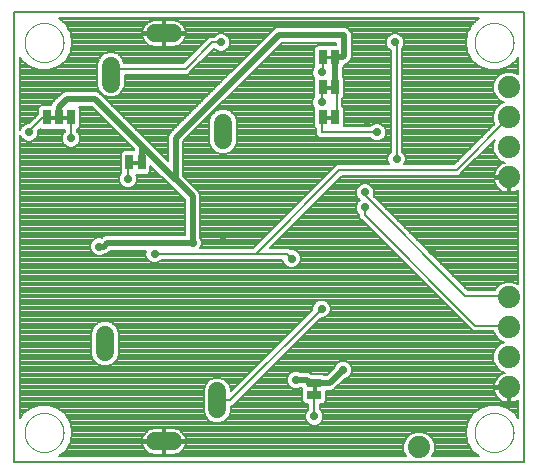
<source format=gbl>
G75*
%MOIN*%
%OFA0B0*%
%FSLAX25Y25*%
%IPPOS*%
%LPD*%
%AMOC8*
5,1,8,0,0,1.08239X$1,22.5*
%
%ADD10C,0.00800*%
%ADD11C,0.00000*%
%ADD12R,0.02600X0.05000*%
%ADD13C,0.00050*%
%ADD14R,0.05000X0.02600*%
%ADD15R,0.02500X0.05000*%
%ADD16C,0.01000*%
%ADD17C,0.07400*%
%ADD18C,0.05906*%
%ADD19C,0.02900*%
%ADD20C,0.02000*%
%ADD21C,0.00700*%
D10*
X0017370Y0015949D02*
X0017370Y0165949D01*
X0187370Y0165949D01*
X0187370Y0015949D01*
X0017370Y0015949D01*
X0019370Y0030692D02*
X0019370Y0125221D01*
X0019784Y0124221D01*
X0020642Y0123363D01*
X0021763Y0122899D01*
X0022977Y0122899D01*
X0024098Y0123363D01*
X0024956Y0124221D01*
X0025420Y0125342D01*
X0025420Y0126555D01*
X0025402Y0126598D01*
X0025980Y0127176D01*
X0026307Y0126849D01*
X0030233Y0126849D01*
X0030320Y0126936D01*
X0030407Y0126849D01*
X0034333Y0126849D01*
X0034420Y0126936D01*
X0034507Y0126849D01*
X0034520Y0126849D01*
X0034520Y0126412D01*
X0033784Y0125677D01*
X0033320Y0124555D01*
X0033320Y0123342D01*
X0033784Y0122221D01*
X0034642Y0121363D01*
X0035763Y0120899D01*
X0036977Y0120899D01*
X0038098Y0121363D01*
X0038956Y0122221D01*
X0039420Y0123342D01*
X0039420Y0124555D01*
X0038956Y0125677D01*
X0038420Y0126212D01*
X0038420Y0126849D01*
X0038433Y0126849D01*
X0039370Y0127786D01*
X0039370Y0134112D01*
X0039052Y0134430D01*
X0043332Y0134430D01*
X0057330Y0120432D01*
X0057330Y0120049D01*
X0053867Y0120049D01*
X0052930Y0119112D01*
X0052930Y0112786D01*
X0053147Y0112569D01*
X0052744Y0112166D01*
X0052280Y0111045D01*
X0052280Y0109832D01*
X0052744Y0108711D01*
X0053602Y0107853D01*
X0054723Y0107389D01*
X0055937Y0107389D01*
X0057058Y0107853D01*
X0057916Y0108711D01*
X0058380Y0109832D01*
X0058380Y0111045D01*
X0058047Y0111849D01*
X0061893Y0111849D01*
X0062830Y0112786D01*
X0062830Y0114932D01*
X0069036Y0108726D01*
X0069767Y0107995D01*
X0069955Y0107917D01*
X0074270Y0103602D01*
X0074270Y0091674D01*
X0047988Y0091674D01*
X0047032Y0091278D01*
X0046656Y0090902D01*
X0046447Y0090989D01*
X0045233Y0090989D01*
X0044112Y0090524D01*
X0043254Y0089666D01*
X0042790Y0088545D01*
X0042790Y0087332D01*
X0043254Y0086211D01*
X0044112Y0085353D01*
X0045233Y0084889D01*
X0046447Y0084889D01*
X0047533Y0085339D01*
X0047887Y0085339D01*
X0048843Y0085735D01*
X0049574Y0086466D01*
X0049582Y0086474D01*
X0061325Y0086474D01*
X0061195Y0086161D01*
X0061195Y0084947D01*
X0061659Y0083826D01*
X0062517Y0082968D01*
X0063638Y0082504D01*
X0064852Y0082504D01*
X0065973Y0082968D01*
X0066608Y0083604D01*
X0106820Y0083604D01*
X0106820Y0083302D01*
X0107284Y0082181D01*
X0108142Y0081323D01*
X0109263Y0080859D01*
X0110477Y0080859D01*
X0111598Y0081323D01*
X0112456Y0082181D01*
X0112920Y0083302D01*
X0112920Y0084516D01*
X0112456Y0085637D01*
X0111598Y0086494D01*
X0110477Y0086959D01*
X0109578Y0086959D01*
X0109033Y0087504D01*
X0102603Y0087504D01*
X0126598Y0111499D01*
X0165678Y0111499D01*
X0166820Y0112641D01*
X0177698Y0123519D01*
X0177070Y0122003D01*
X0177070Y0119895D01*
X0177877Y0117947D01*
X0179368Y0116456D01*
X0180883Y0115828D01*
X0180412Y0115675D01*
X0179697Y0115311D01*
X0179048Y0114839D01*
X0178480Y0114271D01*
X0178008Y0113622D01*
X0177644Y0112907D01*
X0177396Y0112143D01*
X0177270Y0111350D01*
X0177270Y0111349D01*
X0181970Y0111349D01*
X0181970Y0110549D01*
X0177270Y0110549D01*
X0177270Y0110547D01*
X0177396Y0109755D01*
X0177644Y0108991D01*
X0178008Y0108276D01*
X0178480Y0107626D01*
X0179048Y0107059D01*
X0179697Y0106587D01*
X0180412Y0106222D01*
X0181176Y0105974D01*
X0181969Y0105849D01*
X0181970Y0105849D01*
X0181970Y0110549D01*
X0182770Y0110549D01*
X0182770Y0105849D01*
X0182772Y0105849D01*
X0183564Y0105974D01*
X0184328Y0106222D01*
X0185043Y0106587D01*
X0185370Y0106825D01*
X0185370Y0075443D01*
X0183424Y0076249D01*
X0181316Y0076249D01*
X0179368Y0075442D01*
X0177877Y0073951D01*
X0177700Y0073524D01*
X0168543Y0073524D01*
X0137209Y0104857D01*
X0137410Y0105342D01*
X0137410Y0106555D01*
X0136946Y0107677D01*
X0136088Y0108534D01*
X0134967Y0108999D01*
X0133753Y0108999D01*
X0132632Y0108534D01*
X0131774Y0107677D01*
X0131310Y0106555D01*
X0131310Y0105342D01*
X0131774Y0104221D01*
X0132547Y0103449D01*
X0131774Y0102677D01*
X0131310Y0101555D01*
X0131310Y0100342D01*
X0131774Y0099221D01*
X0132410Y0098585D01*
X0132410Y0097591D01*
X0133552Y0096449D01*
X0169235Y0060766D01*
X0170377Y0059624D01*
X0177182Y0059624D01*
X0177877Y0057947D01*
X0179368Y0056456D01*
X0180592Y0055949D01*
X0179368Y0055442D01*
X0177877Y0053951D01*
X0177070Y0052003D01*
X0177070Y0049895D01*
X0177877Y0047947D01*
X0179368Y0046456D01*
X0180883Y0045828D01*
X0180412Y0045675D01*
X0179697Y0045311D01*
X0179048Y0044839D01*
X0178480Y0044271D01*
X0178008Y0043622D01*
X0177644Y0042907D01*
X0177396Y0042143D01*
X0177270Y0041350D01*
X0177270Y0041349D01*
X0181970Y0041349D01*
X0181970Y0040549D01*
X0177270Y0040549D01*
X0177270Y0040547D01*
X0177396Y0039755D01*
X0177644Y0038991D01*
X0178008Y0038276D01*
X0178480Y0037626D01*
X0179048Y0037059D01*
X0179697Y0036587D01*
X0180412Y0036222D01*
X0181176Y0035974D01*
X0181969Y0035849D01*
X0181970Y0035849D01*
X0181970Y0040549D01*
X0182770Y0040549D01*
X0182770Y0035849D01*
X0182772Y0035849D01*
X0183564Y0035974D01*
X0184328Y0036222D01*
X0185043Y0036587D01*
X0185370Y0036825D01*
X0185370Y0030692D01*
X0184604Y0032019D01*
X0182092Y0034127D01*
X0179010Y0035249D01*
X0175730Y0035249D01*
X0172648Y0034127D01*
X0170136Y0032019D01*
X0170136Y0032019D01*
X0170136Y0032019D01*
X0168496Y0029179D01*
X0168496Y0029179D01*
X0167927Y0025949D01*
X0167927Y0025949D01*
X0168496Y0022719D01*
X0170136Y0019879D01*
X0170136Y0019879D01*
X0172436Y0017949D01*
X0156864Y0017949D01*
X0157670Y0019895D01*
X0157670Y0022003D01*
X0156863Y0023951D01*
X0155372Y0025442D01*
X0153424Y0026249D01*
X0151316Y0026249D01*
X0149368Y0025442D01*
X0147877Y0023951D01*
X0147070Y0022003D01*
X0147070Y0019895D01*
X0147876Y0017949D01*
X0032304Y0017949D01*
X0034604Y0019879D01*
X0036244Y0022719D01*
X0036814Y0025949D01*
X0036244Y0029179D01*
X0034604Y0032019D01*
X0032092Y0034127D01*
X0032092Y0034127D01*
X0029010Y0035249D01*
X0025730Y0035249D01*
X0022648Y0034127D01*
X0020136Y0032019D01*
X0020136Y0032019D01*
X0020136Y0032019D01*
X0019370Y0030692D01*
X0019370Y0031121D02*
X0019617Y0031121D01*
X0019370Y0031919D02*
X0020078Y0031919D01*
X0019370Y0032718D02*
X0020969Y0032718D01*
X0021920Y0033516D02*
X0019370Y0033516D01*
X0019370Y0034315D02*
X0023164Y0034315D01*
X0022648Y0034127D02*
X0022648Y0034127D01*
X0025357Y0035113D02*
X0019370Y0035113D01*
X0019370Y0035912D02*
X0080534Y0035912D01*
X0080534Y0036710D02*
X0019370Y0036710D01*
X0019370Y0037509D02*
X0080534Y0037509D01*
X0080534Y0038307D02*
X0019370Y0038307D01*
X0019370Y0039106D02*
X0080534Y0039106D01*
X0080534Y0039904D02*
X0019370Y0039904D01*
X0019370Y0040703D02*
X0080582Y0040703D01*
X0080534Y0040587D02*
X0080534Y0032870D01*
X0081227Y0031197D01*
X0082508Y0029916D01*
X0084181Y0029223D01*
X0085992Y0029223D01*
X0087666Y0029916D01*
X0088946Y0031197D01*
X0089639Y0032870D01*
X0089639Y0034778D01*
X0090207Y0034778D01*
X0091350Y0035921D01*
X0119578Y0064149D01*
X0120477Y0064149D01*
X0121598Y0064613D01*
X0122456Y0065471D01*
X0122920Y0066592D01*
X0122920Y0067805D01*
X0122456Y0068927D01*
X0121598Y0069784D01*
X0120477Y0070249D01*
X0119263Y0070249D01*
X0118142Y0069784D01*
X0117284Y0068927D01*
X0116820Y0067805D01*
X0116820Y0066907D01*
X0089639Y0039726D01*
X0089639Y0040587D01*
X0088946Y0042260D01*
X0087666Y0043541D01*
X0085992Y0044234D01*
X0084181Y0044234D01*
X0082508Y0043541D01*
X0081227Y0042260D01*
X0080534Y0040587D01*
X0080913Y0041501D02*
X0019370Y0041501D01*
X0019370Y0042300D02*
X0081267Y0042300D01*
X0082065Y0043098D02*
X0019370Y0043098D01*
X0019370Y0043897D02*
X0083367Y0043897D01*
X0086806Y0043897D02*
X0093810Y0043897D01*
X0093012Y0043098D02*
X0088108Y0043098D01*
X0088907Y0042300D02*
X0092213Y0042300D01*
X0091415Y0041501D02*
X0089261Y0041501D01*
X0089591Y0040703D02*
X0090616Y0040703D01*
X0089818Y0039904D02*
X0089639Y0039904D01*
X0092139Y0036710D02*
X0113270Y0036710D01*
X0113270Y0036426D02*
X0114207Y0035489D01*
X0115420Y0035489D01*
X0115420Y0033572D01*
X0114884Y0033037D01*
X0114420Y0031916D01*
X0114420Y0030702D01*
X0114884Y0029581D01*
X0115742Y0028723D01*
X0116863Y0028259D01*
X0118077Y0028259D01*
X0119198Y0028723D01*
X0120056Y0029581D01*
X0120520Y0030702D01*
X0120520Y0031916D01*
X0120056Y0033037D01*
X0119320Y0033772D01*
X0119320Y0035489D01*
X0120533Y0035489D01*
X0121470Y0036426D01*
X0121470Y0039889D01*
X0123227Y0039889D01*
X0124183Y0040285D01*
X0127666Y0043768D01*
X0128753Y0044218D01*
X0129611Y0045076D01*
X0130075Y0046197D01*
X0130075Y0047411D01*
X0129611Y0048532D01*
X0128753Y0049389D01*
X0127632Y0049854D01*
X0126418Y0049854D01*
X0125297Y0049389D01*
X0124439Y0048532D01*
X0123989Y0047445D01*
X0121633Y0045089D01*
X0120833Y0045089D01*
X0120533Y0045389D01*
X0116617Y0045389D01*
X0116353Y0045653D01*
X0115397Y0046049D01*
X0113043Y0046049D01*
X0111957Y0046499D01*
X0110743Y0046499D01*
X0109622Y0046034D01*
X0108764Y0045177D01*
X0108300Y0044055D01*
X0108300Y0042842D01*
X0108764Y0041721D01*
X0109622Y0040863D01*
X0110743Y0040399D01*
X0111957Y0040399D01*
X0113043Y0040849D01*
X0113270Y0040849D01*
X0113270Y0040526D01*
X0113357Y0040439D01*
X0113270Y0040352D01*
X0113270Y0036426D01*
X0113785Y0035912D02*
X0091341Y0035912D01*
X0090542Y0035113D02*
X0115420Y0035113D01*
X0115420Y0034315D02*
X0089639Y0034315D01*
X0089639Y0033516D02*
X0115364Y0033516D01*
X0114752Y0032718D02*
X0089576Y0032718D01*
X0089246Y0031919D02*
X0114422Y0031919D01*
X0114420Y0031121D02*
X0088870Y0031121D01*
X0088072Y0030322D02*
X0114578Y0030322D01*
X0114942Y0029524D02*
X0086718Y0029524D01*
X0083455Y0029524D02*
X0036045Y0029524D01*
X0036244Y0029179D02*
X0036244Y0029179D01*
X0036324Y0028725D02*
X0115741Y0028725D01*
X0119200Y0028725D02*
X0168416Y0028725D01*
X0168275Y0027926D02*
X0036465Y0027926D01*
X0036606Y0027128D02*
X0063194Y0027128D01*
X0063398Y0027194D02*
X0062746Y0026983D01*
X0062136Y0026672D01*
X0061582Y0026269D01*
X0061097Y0025784D01*
X0060695Y0025230D01*
X0060384Y0024620D01*
X0060172Y0023968D01*
X0060074Y0023349D01*
X0066970Y0023349D01*
X0066970Y0027302D01*
X0064075Y0027302D01*
X0063398Y0027194D01*
X0061665Y0026329D02*
X0036746Y0026329D01*
X0036814Y0025949D02*
X0036814Y0025949D01*
X0036740Y0025531D02*
X0060913Y0025531D01*
X0060441Y0024732D02*
X0036599Y0024732D01*
X0036458Y0023934D02*
X0060166Y0023934D01*
X0060074Y0022549D02*
X0060172Y0021930D01*
X0060384Y0021278D01*
X0060695Y0020667D01*
X0061097Y0020113D01*
X0061582Y0019629D01*
X0062136Y0019226D01*
X0062746Y0018915D01*
X0063398Y0018703D01*
X0064075Y0018596D01*
X0066970Y0018596D01*
X0066970Y0022549D01*
X0060074Y0022549D01*
X0060107Y0022337D02*
X0036023Y0022337D01*
X0036244Y0022719D02*
X0036244Y0022719D01*
X0036317Y0023135D02*
X0066970Y0023135D01*
X0066970Y0023349D02*
X0066970Y0022549D01*
X0067770Y0022549D01*
X0067770Y0023349D01*
X0066970Y0023349D01*
X0066970Y0023934D02*
X0067770Y0023934D01*
X0067770Y0023349D02*
X0067770Y0027302D01*
X0070665Y0027302D01*
X0071342Y0027194D01*
X0071994Y0026983D01*
X0072604Y0026672D01*
X0073159Y0026269D01*
X0073643Y0025784D01*
X0074046Y0025230D01*
X0074357Y0024620D01*
X0074568Y0023968D01*
X0074667Y0023349D01*
X0067770Y0023349D01*
X0067770Y0023135D02*
X0147539Y0023135D01*
X0147208Y0022337D02*
X0074633Y0022337D01*
X0074667Y0022549D02*
X0067770Y0022549D01*
X0067770Y0018596D01*
X0070665Y0018596D01*
X0071342Y0018703D01*
X0071994Y0018915D01*
X0072604Y0019226D01*
X0073159Y0019629D01*
X0073643Y0020113D01*
X0074046Y0020667D01*
X0074357Y0021278D01*
X0074568Y0021930D01*
X0074667Y0022549D01*
X0074441Y0021538D02*
X0147070Y0021538D01*
X0147070Y0020740D02*
X0074083Y0020740D01*
X0073471Y0019941D02*
X0147070Y0019941D01*
X0147381Y0019143D02*
X0072441Y0019143D01*
X0067770Y0019143D02*
X0066970Y0019143D01*
X0066970Y0019941D02*
X0067770Y0019941D01*
X0067770Y0020740D02*
X0066970Y0020740D01*
X0066970Y0021538D02*
X0067770Y0021538D01*
X0067770Y0022337D02*
X0066970Y0022337D01*
X0066970Y0024732D02*
X0067770Y0024732D01*
X0067770Y0025531D02*
X0066970Y0025531D01*
X0066970Y0026329D02*
X0067770Y0026329D01*
X0067770Y0027128D02*
X0066970Y0027128D01*
X0071547Y0027128D02*
X0168135Y0027128D01*
X0167994Y0026329D02*
X0073075Y0026329D01*
X0073827Y0025531D02*
X0149583Y0025531D01*
X0148658Y0024732D02*
X0074299Y0024732D01*
X0074574Y0023934D02*
X0147870Y0023934D01*
X0147712Y0018344D02*
X0032776Y0018344D01*
X0033727Y0019143D02*
X0062299Y0019143D01*
X0061269Y0019941D02*
X0034640Y0019941D01*
X0034604Y0019879D02*
X0034604Y0019879D01*
X0034604Y0019879D01*
X0035101Y0020740D02*
X0060658Y0020740D01*
X0060299Y0021538D02*
X0035562Y0021538D01*
X0035584Y0030322D02*
X0082102Y0030322D01*
X0081303Y0031121D02*
X0035123Y0031121D01*
X0034662Y0031919D02*
X0080928Y0031919D01*
X0080597Y0032718D02*
X0033772Y0032718D01*
X0034604Y0032019D02*
X0034604Y0032019D01*
X0032820Y0033516D02*
X0080534Y0033516D01*
X0080534Y0034315D02*
X0031577Y0034315D01*
X0029383Y0035113D02*
X0080534Y0035113D01*
X0092938Y0037509D02*
X0113270Y0037509D01*
X0113270Y0038307D02*
X0093736Y0038307D01*
X0094535Y0039106D02*
X0113270Y0039106D01*
X0113270Y0039904D02*
X0095333Y0039904D01*
X0096132Y0040703D02*
X0110010Y0040703D01*
X0108984Y0041501D02*
X0096930Y0041501D01*
X0097729Y0042300D02*
X0108525Y0042300D01*
X0108300Y0043098D02*
X0098527Y0043098D01*
X0099326Y0043897D02*
X0108300Y0043897D01*
X0108565Y0044695D02*
X0100124Y0044695D01*
X0100923Y0045494D02*
X0109082Y0045494D01*
X0110245Y0046292D02*
X0101721Y0046292D01*
X0102520Y0047091D02*
X0123635Y0047091D01*
X0124173Y0047889D02*
X0103318Y0047889D01*
X0104117Y0048688D02*
X0124596Y0048688D01*
X0125531Y0049486D02*
X0104915Y0049486D01*
X0105714Y0050285D02*
X0177070Y0050285D01*
X0177070Y0051083D02*
X0106512Y0051083D01*
X0107311Y0051882D02*
X0177070Y0051882D01*
X0177351Y0052680D02*
X0108109Y0052680D01*
X0108908Y0053479D02*
X0177681Y0053479D01*
X0178203Y0054277D02*
X0109706Y0054277D01*
X0110505Y0055076D02*
X0179002Y0055076D01*
X0179151Y0056673D02*
X0112102Y0056673D01*
X0112900Y0057471D02*
X0178352Y0057471D01*
X0177743Y0058270D02*
X0113699Y0058270D01*
X0114497Y0059068D02*
X0177412Y0059068D01*
X0180412Y0055874D02*
X0111303Y0055874D01*
X0108184Y0058270D02*
X0052238Y0058270D01*
X0052238Y0059068D02*
X0108982Y0059068D01*
X0109781Y0059867D02*
X0052079Y0059867D01*
X0052238Y0059484D02*
X0051545Y0061158D01*
X0050264Y0062438D01*
X0048591Y0063131D01*
X0046779Y0063131D01*
X0045106Y0062438D01*
X0043825Y0061158D01*
X0043132Y0059484D01*
X0043132Y0051768D01*
X0043825Y0050094D01*
X0045106Y0048814D01*
X0046779Y0048120D01*
X0048591Y0048120D01*
X0050264Y0048814D01*
X0051545Y0050094D01*
X0052238Y0051768D01*
X0052238Y0059484D01*
X0051749Y0060665D02*
X0110579Y0060665D01*
X0111378Y0061464D02*
X0051238Y0061464D01*
X0050440Y0062262D02*
X0112176Y0062262D01*
X0112975Y0063061D02*
X0048761Y0063061D01*
X0046609Y0063061D02*
X0019370Y0063061D01*
X0019370Y0063859D02*
X0113773Y0063859D01*
X0114572Y0064658D02*
X0019370Y0064658D01*
X0019370Y0065457D02*
X0115370Y0065457D01*
X0116169Y0066255D02*
X0019370Y0066255D01*
X0019370Y0067054D02*
X0116820Y0067054D01*
X0116839Y0067852D02*
X0019370Y0067852D01*
X0019370Y0068651D02*
X0117170Y0068651D01*
X0117807Y0069449D02*
X0019370Y0069449D01*
X0019370Y0070248D02*
X0119260Y0070248D01*
X0120480Y0070248D02*
X0159754Y0070248D01*
X0158955Y0071046D02*
X0019370Y0071046D01*
X0019370Y0071845D02*
X0158157Y0071845D01*
X0157358Y0072643D02*
X0019370Y0072643D01*
X0019370Y0073442D02*
X0156560Y0073442D01*
X0155761Y0074240D02*
X0019370Y0074240D01*
X0019370Y0075039D02*
X0154963Y0075039D01*
X0154164Y0075837D02*
X0019370Y0075837D01*
X0019370Y0076636D02*
X0153366Y0076636D01*
X0152567Y0077434D02*
X0019370Y0077434D01*
X0019370Y0078233D02*
X0151769Y0078233D01*
X0150970Y0079031D02*
X0019370Y0079031D01*
X0019370Y0079830D02*
X0150172Y0079830D01*
X0149373Y0080628D02*
X0019370Y0080628D01*
X0019370Y0081427D02*
X0108039Y0081427D01*
X0107266Y0082225D02*
X0019370Y0082225D01*
X0019370Y0083024D02*
X0062462Y0083024D01*
X0061663Y0083822D02*
X0019370Y0083822D01*
X0019370Y0084621D02*
X0061330Y0084621D01*
X0061195Y0085419D02*
X0048082Y0085419D01*
X0049326Y0086218D02*
X0061219Y0086218D01*
X0066028Y0083024D02*
X0106935Y0083024D01*
X0109520Y0087016D02*
X0142985Y0087016D01*
X0143783Y0086218D02*
X0111874Y0086218D01*
X0112546Y0085419D02*
X0144582Y0085419D01*
X0145380Y0084621D02*
X0112877Y0084621D01*
X0112920Y0083822D02*
X0146179Y0083822D01*
X0146977Y0083024D02*
X0112805Y0083024D01*
X0112474Y0082225D02*
X0147776Y0082225D01*
X0148574Y0081427D02*
X0111701Y0081427D01*
X0103712Y0088613D02*
X0141388Y0088613D01*
X0142186Y0087815D02*
X0102914Y0087815D01*
X0104511Y0089412D02*
X0140589Y0089412D01*
X0139791Y0090210D02*
X0105309Y0090210D01*
X0106108Y0091009D02*
X0138992Y0091009D01*
X0138194Y0091807D02*
X0106906Y0091807D01*
X0107705Y0092606D02*
X0137395Y0092606D01*
X0136597Y0093404D02*
X0108503Y0093404D01*
X0109302Y0094203D02*
X0135798Y0094203D01*
X0135000Y0095001D02*
X0110100Y0095001D01*
X0110899Y0095800D02*
X0134201Y0095800D01*
X0133403Y0096598D02*
X0111697Y0096598D01*
X0112496Y0097397D02*
X0132604Y0097397D01*
X0132410Y0098195D02*
X0113294Y0098195D01*
X0114093Y0098994D02*
X0132002Y0098994D01*
X0131538Y0099793D02*
X0114892Y0099793D01*
X0115690Y0100591D02*
X0131310Y0100591D01*
X0131310Y0101390D02*
X0116489Y0101390D01*
X0117287Y0102188D02*
X0131572Y0102188D01*
X0132085Y0102987D02*
X0118086Y0102987D01*
X0118884Y0103785D02*
X0132211Y0103785D01*
X0131624Y0104584D02*
X0119683Y0104584D01*
X0120481Y0105382D02*
X0131310Y0105382D01*
X0131310Y0106181D02*
X0121280Y0106181D01*
X0122078Y0106979D02*
X0131486Y0106979D01*
X0131876Y0107778D02*
X0122877Y0107778D01*
X0123675Y0108576D02*
X0132733Y0108576D01*
X0135987Y0108576D02*
X0177855Y0108576D01*
X0177519Y0109375D02*
X0124474Y0109375D01*
X0125272Y0110173D02*
X0177329Y0110173D01*
X0177337Y0111770D02*
X0165949Y0111770D01*
X0166748Y0112569D02*
X0177534Y0112569D01*
X0177878Y0113367D02*
X0167546Y0113367D01*
X0168345Y0114166D02*
X0178403Y0114166D01*
X0179220Y0114964D02*
X0169143Y0114964D01*
X0169942Y0115763D02*
X0180682Y0115763D01*
X0179262Y0116561D02*
X0170740Y0116561D01*
X0171539Y0117360D02*
X0178464Y0117360D01*
X0177789Y0118158D02*
X0172337Y0118158D01*
X0173136Y0118957D02*
X0177459Y0118957D01*
X0177128Y0119755D02*
X0173934Y0119755D01*
X0174733Y0120554D02*
X0177070Y0120554D01*
X0177070Y0121352D02*
X0175531Y0121352D01*
X0176330Y0122151D02*
X0177131Y0122151D01*
X0177128Y0122949D02*
X0177462Y0122949D01*
X0174807Y0126143D02*
X0146830Y0126143D01*
X0146830Y0125345D02*
X0174008Y0125345D01*
X0173210Y0124546D02*
X0146830Y0124546D01*
X0146830Y0123748D02*
X0172411Y0123748D01*
X0171613Y0122949D02*
X0146830Y0122949D01*
X0146830Y0122151D02*
X0170814Y0122151D01*
X0170016Y0121352D02*
X0146830Y0121352D01*
X0146830Y0120554D02*
X0169217Y0120554D01*
X0168419Y0119755D02*
X0146830Y0119755D01*
X0146830Y0119552D02*
X0146830Y0154095D01*
X0146956Y0154221D01*
X0147420Y0155342D01*
X0147420Y0156555D01*
X0146956Y0157677D01*
X0146098Y0158534D01*
X0144977Y0158999D01*
X0143763Y0158999D01*
X0142642Y0158534D01*
X0141784Y0157677D01*
X0141320Y0156555D01*
X0141320Y0155342D01*
X0141784Y0154221D01*
X0142642Y0153363D01*
X0142930Y0153244D01*
X0142930Y0119572D01*
X0142284Y0118927D01*
X0141820Y0117805D01*
X0141820Y0116592D01*
X0142284Y0115471D01*
X0142357Y0115399D01*
X0124982Y0115399D01*
X0097087Y0087504D01*
X0079473Y0087504D01*
X0079920Y0088582D01*
X0079920Y0089795D01*
X0079470Y0090882D01*
X0079470Y0105196D01*
X0079074Y0106152D01*
X0078343Y0106883D01*
X0078343Y0106883D01*
X0073840Y0111386D01*
X0073840Y0123002D01*
X0106687Y0155849D01*
X0124705Y0155849D01*
X0124705Y0155049D01*
X0122457Y0155049D01*
X0122370Y0154962D01*
X0122283Y0155049D01*
X0118457Y0155049D01*
X0117520Y0154112D01*
X0117520Y0147912D01*
X0117284Y0147677D01*
X0116820Y0146555D01*
X0116820Y0145342D01*
X0117284Y0144221D01*
X0117420Y0144085D01*
X0117420Y0137812D01*
X0117284Y0137677D01*
X0116820Y0136555D01*
X0116820Y0135342D01*
X0117284Y0134221D01*
X0117420Y0134085D01*
X0117420Y0127786D01*
X0117920Y0127286D01*
X0117920Y0125191D01*
X0119062Y0124049D01*
X0136027Y0124049D01*
X0136662Y0123413D01*
X0137783Y0122949D01*
X0138997Y0122949D01*
X0140118Y0123413D01*
X0140976Y0124271D01*
X0141440Y0125392D01*
X0141440Y0126605D01*
X0140976Y0127727D01*
X0140118Y0128584D01*
X0138997Y0129049D01*
X0137783Y0129049D01*
X0136662Y0128584D01*
X0136027Y0127949D01*
X0127320Y0127949D01*
X0127320Y0134112D01*
X0126820Y0134612D01*
X0126820Y0137286D01*
X0127320Y0137786D01*
X0127320Y0144112D01*
X0126960Y0144472D01*
X0126960Y0147526D01*
X0127220Y0147786D01*
X0127220Y0148349D01*
X0127487Y0148349D01*
X0128443Y0148745D01*
X0129509Y0149811D01*
X0129905Y0150767D01*
X0129905Y0158966D01*
X0129509Y0159922D01*
X0128778Y0160653D01*
X0127822Y0161049D01*
X0105093Y0161049D01*
X0104137Y0160653D01*
X0103406Y0159922D01*
X0103406Y0159922D01*
X0069767Y0126283D01*
X0069036Y0125552D01*
X0068640Y0124596D01*
X0068640Y0116476D01*
X0062134Y0122982D01*
X0046614Y0138503D01*
X0045882Y0139234D01*
X0044927Y0139630D01*
X0034404Y0139630D01*
X0033448Y0139234D01*
X0030166Y0135952D01*
X0029792Y0135049D01*
X0026307Y0135049D01*
X0025370Y0134112D01*
X0025370Y0132082D01*
X0025045Y0131757D01*
X0022287Y0128999D01*
X0021763Y0128999D01*
X0020642Y0128534D01*
X0019784Y0127677D01*
X0019370Y0126676D01*
X0019370Y0151205D01*
X0020136Y0149879D01*
X0020136Y0149879D01*
X0022648Y0147771D01*
X0022648Y0147771D01*
X0025730Y0146649D01*
X0029010Y0146649D01*
X0032092Y0147771D01*
X0034604Y0149879D01*
X0036244Y0152719D01*
X0036814Y0155949D01*
X0036244Y0159179D01*
X0034604Y0162019D01*
X0032304Y0163949D01*
X0172436Y0163949D01*
X0170136Y0162019D01*
X0170136Y0162019D01*
X0170136Y0162019D01*
X0168496Y0159179D01*
X0168496Y0159179D01*
X0167927Y0155949D01*
X0167927Y0155949D01*
X0168496Y0152719D01*
X0170136Y0149879D01*
X0170136Y0149879D01*
X0172648Y0147771D01*
X0172648Y0147771D01*
X0175730Y0146649D01*
X0179010Y0146649D01*
X0182092Y0147771D01*
X0184604Y0149879D01*
X0185370Y0151205D01*
X0185370Y0145443D01*
X0183424Y0146249D01*
X0181316Y0146249D01*
X0179368Y0145442D01*
X0177877Y0143951D01*
X0177070Y0142003D01*
X0177070Y0139895D01*
X0177877Y0137947D01*
X0179368Y0136456D01*
X0180592Y0135949D01*
X0179368Y0135442D01*
X0177877Y0133951D01*
X0177070Y0132003D01*
X0177070Y0129895D01*
X0177506Y0128842D01*
X0164062Y0115399D01*
X0147383Y0115399D01*
X0147456Y0115471D01*
X0147920Y0116592D01*
X0147920Y0117805D01*
X0147456Y0118927D01*
X0146830Y0119552D01*
X0147426Y0118957D02*
X0167620Y0118957D01*
X0166822Y0118158D02*
X0147774Y0118158D01*
X0147920Y0117360D02*
X0166023Y0117360D01*
X0165225Y0116561D02*
X0147907Y0116561D01*
X0147577Y0115763D02*
X0164426Y0115763D01*
X0175605Y0126942D02*
X0146830Y0126942D01*
X0146830Y0127740D02*
X0176404Y0127740D01*
X0177203Y0128539D02*
X0146830Y0128539D01*
X0146830Y0129337D02*
X0177301Y0129337D01*
X0177070Y0130136D02*
X0146830Y0130136D01*
X0146830Y0130934D02*
X0177070Y0130934D01*
X0177070Y0131733D02*
X0146830Y0131733D01*
X0146830Y0132531D02*
X0177289Y0132531D01*
X0177620Y0133330D02*
X0146830Y0133330D01*
X0146830Y0134128D02*
X0178054Y0134128D01*
X0178853Y0134927D02*
X0146830Y0134927D01*
X0146830Y0135726D02*
X0180053Y0135726D01*
X0179300Y0136524D02*
X0146830Y0136524D01*
X0146830Y0137323D02*
X0178501Y0137323D01*
X0177805Y0138121D02*
X0146830Y0138121D01*
X0146830Y0138920D02*
X0177474Y0138920D01*
X0177143Y0139718D02*
X0146830Y0139718D01*
X0146830Y0140517D02*
X0177070Y0140517D01*
X0177070Y0141315D02*
X0146830Y0141315D01*
X0146830Y0142114D02*
X0177116Y0142114D01*
X0177447Y0142912D02*
X0146830Y0142912D01*
X0146830Y0143711D02*
X0177777Y0143711D01*
X0178435Y0144509D02*
X0146830Y0144509D01*
X0146830Y0145308D02*
X0179234Y0145308D01*
X0179713Y0146905D02*
X0185370Y0146905D01*
X0185370Y0147703D02*
X0181907Y0147703D01*
X0182092Y0147771D02*
X0182092Y0147771D01*
X0182963Y0148502D02*
X0185370Y0148502D01*
X0185370Y0149300D02*
X0183915Y0149300D01*
X0184604Y0149879D02*
X0184604Y0149879D01*
X0184604Y0149879D01*
X0184731Y0150099D02*
X0185370Y0150099D01*
X0185370Y0150897D02*
X0185192Y0150897D01*
X0185370Y0146106D02*
X0183769Y0146106D01*
X0180972Y0146106D02*
X0146830Y0146106D01*
X0146830Y0146905D02*
X0175027Y0146905D01*
X0172833Y0147703D02*
X0146830Y0147703D01*
X0146830Y0148502D02*
X0171777Y0148502D01*
X0170825Y0149300D02*
X0146830Y0149300D01*
X0146830Y0150099D02*
X0170009Y0150099D01*
X0169548Y0150897D02*
X0146830Y0150897D01*
X0146830Y0151696D02*
X0169087Y0151696D01*
X0168626Y0152494D02*
X0146830Y0152494D01*
X0146830Y0153293D02*
X0168395Y0153293D01*
X0168496Y0152719D02*
X0168496Y0152719D01*
X0168254Y0154091D02*
X0146830Y0154091D01*
X0147233Y0154890D02*
X0168113Y0154890D01*
X0167973Y0155688D02*
X0147420Y0155688D01*
X0147420Y0156487D02*
X0168022Y0156487D01*
X0168162Y0157285D02*
X0147118Y0157285D01*
X0146548Y0158084D02*
X0168303Y0158084D01*
X0168444Y0158882D02*
X0145258Y0158882D01*
X0143482Y0158882D02*
X0129905Y0158882D01*
X0129905Y0158084D02*
X0142192Y0158084D01*
X0141622Y0157285D02*
X0129905Y0157285D01*
X0129905Y0156487D02*
X0141320Y0156487D01*
X0141320Y0155688D02*
X0129905Y0155688D01*
X0129905Y0154890D02*
X0141507Y0154890D01*
X0141914Y0154091D02*
X0129905Y0154091D01*
X0129905Y0153293D02*
X0142812Y0153293D01*
X0142930Y0152494D02*
X0129905Y0152494D01*
X0129905Y0151696D02*
X0142930Y0151696D01*
X0142930Y0150897D02*
X0129905Y0150897D01*
X0129628Y0150099D02*
X0142930Y0150099D01*
X0142930Y0149300D02*
X0128998Y0149300D01*
X0127856Y0148502D02*
X0142930Y0148502D01*
X0142930Y0147703D02*
X0127137Y0147703D01*
X0126960Y0146905D02*
X0142930Y0146905D01*
X0142930Y0146106D02*
X0126960Y0146106D01*
X0126960Y0145308D02*
X0142930Y0145308D01*
X0142930Y0144509D02*
X0126960Y0144509D01*
X0127320Y0143711D02*
X0142930Y0143711D01*
X0142930Y0142912D02*
X0127320Y0142912D01*
X0127320Y0142114D02*
X0142930Y0142114D01*
X0142930Y0141315D02*
X0127320Y0141315D01*
X0127320Y0140517D02*
X0142930Y0140517D01*
X0142930Y0139718D02*
X0127320Y0139718D01*
X0127320Y0138920D02*
X0142930Y0138920D01*
X0142930Y0138121D02*
X0127320Y0138121D01*
X0126857Y0137323D02*
X0142930Y0137323D01*
X0142930Y0136524D02*
X0126820Y0136524D01*
X0126820Y0135726D02*
X0142930Y0135726D01*
X0142930Y0134927D02*
X0126820Y0134927D01*
X0127303Y0134128D02*
X0142930Y0134128D01*
X0142930Y0133330D02*
X0127320Y0133330D01*
X0127320Y0132531D02*
X0142930Y0132531D01*
X0142930Y0131733D02*
X0127320Y0131733D01*
X0127320Y0130934D02*
X0142930Y0130934D01*
X0142930Y0130136D02*
X0127320Y0130136D01*
X0127320Y0129337D02*
X0142930Y0129337D01*
X0142930Y0128539D02*
X0140163Y0128539D01*
X0140962Y0127740D02*
X0142930Y0127740D01*
X0142930Y0126942D02*
X0141301Y0126942D01*
X0141440Y0126143D02*
X0142930Y0126143D01*
X0142930Y0125345D02*
X0141421Y0125345D01*
X0141090Y0124546D02*
X0142930Y0124546D01*
X0142930Y0123748D02*
X0140453Y0123748D01*
X0138998Y0122949D02*
X0142930Y0122949D01*
X0142930Y0122151D02*
X0091499Y0122151D01*
X0091608Y0122413D02*
X0091608Y0130130D01*
X0090915Y0131803D01*
X0089634Y0133084D01*
X0087961Y0133777D01*
X0086150Y0133777D01*
X0084476Y0133084D01*
X0083196Y0131803D01*
X0082502Y0130130D01*
X0082502Y0122413D01*
X0083196Y0120740D01*
X0084476Y0119459D01*
X0086150Y0118766D01*
X0087961Y0118766D01*
X0089634Y0119459D01*
X0090915Y0120740D01*
X0091608Y0122413D01*
X0091608Y0122949D02*
X0137782Y0122949D01*
X0136328Y0123748D02*
X0091608Y0123748D01*
X0091608Y0124546D02*
X0118565Y0124546D01*
X0117920Y0125345D02*
X0091608Y0125345D01*
X0091608Y0126143D02*
X0117920Y0126143D01*
X0117920Y0126942D02*
X0091608Y0126942D01*
X0091608Y0127740D02*
X0117466Y0127740D01*
X0117420Y0128539D02*
X0091608Y0128539D01*
X0091608Y0129337D02*
X0117420Y0129337D01*
X0117420Y0130136D02*
X0091605Y0130136D01*
X0091275Y0130934D02*
X0117420Y0130934D01*
X0117420Y0131733D02*
X0090944Y0131733D01*
X0090187Y0132531D02*
X0117420Y0132531D01*
X0117420Y0133330D02*
X0089040Y0133330D01*
X0086564Y0135726D02*
X0116820Y0135726D01*
X0116820Y0136524D02*
X0087362Y0136524D01*
X0088161Y0137323D02*
X0117138Y0137323D01*
X0117420Y0138121D02*
X0088959Y0138121D01*
X0089758Y0138920D02*
X0117420Y0138920D01*
X0117420Y0139718D02*
X0090556Y0139718D01*
X0091355Y0140517D02*
X0117420Y0140517D01*
X0117420Y0141315D02*
X0092153Y0141315D01*
X0092952Y0142114D02*
X0117420Y0142114D01*
X0117420Y0142912D02*
X0093750Y0142912D01*
X0094549Y0143711D02*
X0117420Y0143711D01*
X0117165Y0144509D02*
X0095347Y0144509D01*
X0096146Y0145308D02*
X0116834Y0145308D01*
X0116820Y0146106D02*
X0096944Y0146106D01*
X0097743Y0146905D02*
X0116965Y0146905D01*
X0117311Y0147703D02*
X0098541Y0147703D01*
X0099340Y0148502D02*
X0117520Y0148502D01*
X0117520Y0149300D02*
X0100138Y0149300D01*
X0100937Y0150099D02*
X0117520Y0150099D01*
X0117520Y0150897D02*
X0101735Y0150897D01*
X0102534Y0151696D02*
X0117520Y0151696D01*
X0117520Y0152494D02*
X0103333Y0152494D01*
X0104131Y0153293D02*
X0117520Y0153293D01*
X0117520Y0154091D02*
X0104930Y0154091D01*
X0105728Y0154890D02*
X0118298Y0154890D01*
X0124705Y0155688D02*
X0106527Y0155688D01*
X0103165Y0159681D02*
X0074614Y0159681D01*
X0074568Y0159968D02*
X0074357Y0160620D01*
X0074046Y0161230D01*
X0073643Y0161784D01*
X0073159Y0162269D01*
X0072604Y0162672D01*
X0071994Y0162983D01*
X0071342Y0163194D01*
X0070665Y0163302D01*
X0067770Y0163302D01*
X0067770Y0159349D01*
X0066970Y0159349D01*
X0066970Y0163302D01*
X0064075Y0163302D01*
X0063398Y0163194D01*
X0062746Y0162983D01*
X0062136Y0162672D01*
X0061582Y0162269D01*
X0061097Y0161784D01*
X0060695Y0161230D01*
X0060384Y0160620D01*
X0060172Y0159968D01*
X0060074Y0159349D01*
X0066970Y0159349D01*
X0066970Y0158549D01*
X0060074Y0158549D01*
X0060172Y0157930D01*
X0060384Y0157278D01*
X0060695Y0156667D01*
X0061097Y0156113D01*
X0061582Y0155629D01*
X0062136Y0155226D01*
X0062746Y0154915D01*
X0063398Y0154703D01*
X0064075Y0154596D01*
X0066970Y0154596D01*
X0066970Y0158549D01*
X0067770Y0158549D01*
X0067770Y0159349D01*
X0074667Y0159349D01*
X0074568Y0159968D01*
X0074402Y0160479D02*
X0103964Y0160479D01*
X0102367Y0158882D02*
X0087258Y0158882D01*
X0086977Y0158999D02*
X0088098Y0158534D01*
X0088956Y0157677D01*
X0089420Y0156555D01*
X0089420Y0155342D01*
X0088956Y0154221D01*
X0088098Y0153363D01*
X0086977Y0152899D01*
X0085763Y0152899D01*
X0084642Y0153363D01*
X0084062Y0153943D01*
X0076521Y0146402D01*
X0076521Y0146402D01*
X0075378Y0145259D01*
X0054206Y0145259D01*
X0054206Y0141311D01*
X0053513Y0139638D01*
X0052233Y0138357D01*
X0050559Y0137664D01*
X0048748Y0137664D01*
X0047075Y0138357D01*
X0045794Y0139638D01*
X0045101Y0141311D01*
X0045101Y0149028D01*
X0045794Y0150701D01*
X0047075Y0151982D01*
X0048748Y0152675D01*
X0050559Y0152675D01*
X0052233Y0151982D01*
X0053513Y0150701D01*
X0054152Y0149159D01*
X0073763Y0149159D01*
X0082502Y0157899D01*
X0084007Y0157899D01*
X0084642Y0158534D01*
X0085763Y0158999D01*
X0086977Y0158999D01*
X0085482Y0158882D02*
X0067770Y0158882D01*
X0067770Y0158549D02*
X0074667Y0158549D01*
X0074568Y0157930D01*
X0074357Y0157278D01*
X0074046Y0156667D01*
X0073643Y0156113D01*
X0073159Y0155629D01*
X0072604Y0155226D01*
X0071994Y0154915D01*
X0071342Y0154703D01*
X0070665Y0154596D01*
X0067770Y0154596D01*
X0067770Y0158549D01*
X0067770Y0158084D02*
X0066970Y0158084D01*
X0066970Y0158882D02*
X0036296Y0158882D01*
X0036244Y0159179D02*
X0036244Y0159179D01*
X0035954Y0159681D02*
X0060126Y0159681D01*
X0060338Y0160479D02*
X0035493Y0160479D01*
X0035032Y0161278D02*
X0060729Y0161278D01*
X0061389Y0162076D02*
X0034536Y0162076D01*
X0034604Y0162019D02*
X0034604Y0162019D01*
X0033584Y0162875D02*
X0062535Y0162875D01*
X0066970Y0162875D02*
X0067770Y0162875D01*
X0067770Y0162076D02*
X0066970Y0162076D01*
X0066970Y0161278D02*
X0067770Y0161278D01*
X0067770Y0160479D02*
X0066970Y0160479D01*
X0066970Y0159681D02*
X0067770Y0159681D01*
X0067770Y0157285D02*
X0066970Y0157285D01*
X0066970Y0156487D02*
X0067770Y0156487D01*
X0067770Y0155688D02*
X0066970Y0155688D01*
X0066970Y0154890D02*
X0067770Y0154890D01*
X0071916Y0154890D02*
X0079493Y0154890D01*
X0078695Y0154091D02*
X0036486Y0154091D01*
X0036345Y0153293D02*
X0077896Y0153293D01*
X0077098Y0152494D02*
X0050995Y0152494D01*
X0052518Y0151696D02*
X0076299Y0151696D01*
X0075501Y0150897D02*
X0053317Y0150897D01*
X0053763Y0150099D02*
X0074702Y0150099D01*
X0073904Y0149300D02*
X0054093Y0149300D01*
X0054206Y0144509D02*
X0087994Y0144509D01*
X0088792Y0145308D02*
X0075427Y0145308D01*
X0076225Y0146106D02*
X0089591Y0146106D01*
X0090389Y0146905D02*
X0077024Y0146905D01*
X0077822Y0147703D02*
X0091188Y0147703D01*
X0091986Y0148502D02*
X0078621Y0148502D01*
X0079419Y0149300D02*
X0092785Y0149300D01*
X0093583Y0150099D02*
X0080218Y0150099D01*
X0081016Y0150897D02*
X0094382Y0150897D01*
X0095180Y0151696D02*
X0081815Y0151696D01*
X0082613Y0152494D02*
X0095979Y0152494D01*
X0096777Y0153293D02*
X0087928Y0153293D01*
X0088826Y0154091D02*
X0097576Y0154091D01*
X0098374Y0154890D02*
X0089233Y0154890D01*
X0089420Y0155688D02*
X0099173Y0155688D01*
X0099971Y0156487D02*
X0089420Y0156487D01*
X0089118Y0157285D02*
X0100770Y0157285D01*
X0101568Y0158084D02*
X0088548Y0158084D01*
X0084192Y0158084D02*
X0074593Y0158084D01*
X0074359Y0157285D02*
X0081889Y0157285D01*
X0081090Y0156487D02*
X0073914Y0156487D01*
X0073218Y0155688D02*
X0080292Y0155688D01*
X0083412Y0153293D02*
X0084812Y0153293D01*
X0087195Y0143711D02*
X0054206Y0143711D01*
X0054206Y0142912D02*
X0086397Y0142912D01*
X0085598Y0142114D02*
X0054206Y0142114D01*
X0054206Y0141315D02*
X0084799Y0141315D01*
X0084001Y0140517D02*
X0053877Y0140517D01*
X0053547Y0139718D02*
X0083202Y0139718D01*
X0082404Y0138920D02*
X0052795Y0138920D01*
X0051663Y0138121D02*
X0081605Y0138121D01*
X0080807Y0137323D02*
X0047794Y0137323D01*
X0047644Y0138121D02*
X0046995Y0138121D01*
X0046614Y0138503D02*
X0046614Y0138503D01*
X0046512Y0138920D02*
X0046197Y0138920D01*
X0045761Y0139718D02*
X0019370Y0139718D01*
X0019370Y0138920D02*
X0033134Y0138920D01*
X0032335Y0138121D02*
X0019370Y0138121D01*
X0019370Y0137323D02*
X0031537Y0137323D01*
X0030738Y0136524D02*
X0019370Y0136524D01*
X0019370Y0135726D02*
X0030072Y0135726D01*
X0026186Y0134927D02*
X0019370Y0134927D01*
X0019370Y0134128D02*
X0025387Y0134128D01*
X0025370Y0133330D02*
X0019370Y0133330D01*
X0019370Y0132531D02*
X0025370Y0132531D01*
X0025022Y0131733D02*
X0019370Y0131733D01*
X0019370Y0130934D02*
X0024223Y0130934D01*
X0023425Y0130136D02*
X0019370Y0130136D01*
X0019370Y0129337D02*
X0022626Y0129337D01*
X0020653Y0128539D02*
X0019370Y0128539D01*
X0019370Y0127740D02*
X0019848Y0127740D01*
X0019480Y0126942D02*
X0019370Y0126942D01*
X0019370Y0124546D02*
X0019650Y0124546D01*
X0019370Y0123748D02*
X0020258Y0123748D01*
X0019370Y0122949D02*
X0021641Y0122949D01*
X0023099Y0122949D02*
X0033483Y0122949D01*
X0033320Y0123748D02*
X0024483Y0123748D01*
X0025090Y0124546D02*
X0033320Y0124546D01*
X0033647Y0125345D02*
X0025420Y0125345D01*
X0025420Y0126143D02*
X0034251Y0126143D01*
X0033855Y0122151D02*
X0019370Y0122151D01*
X0019370Y0121352D02*
X0034669Y0121352D01*
X0038072Y0121352D02*
X0056410Y0121352D01*
X0057208Y0120554D02*
X0019370Y0120554D01*
X0019370Y0119755D02*
X0053574Y0119755D01*
X0052930Y0118957D02*
X0019370Y0118957D01*
X0019370Y0118158D02*
X0052930Y0118158D01*
X0052930Y0117360D02*
X0019370Y0117360D01*
X0019370Y0116561D02*
X0052930Y0116561D01*
X0052930Y0115763D02*
X0019370Y0115763D01*
X0019370Y0114964D02*
X0052930Y0114964D01*
X0052930Y0114166D02*
X0019370Y0114166D01*
X0019370Y0113367D02*
X0052930Y0113367D01*
X0053147Y0112569D02*
X0019370Y0112569D01*
X0019370Y0111770D02*
X0052580Y0111770D01*
X0052280Y0110972D02*
X0019370Y0110972D01*
X0019370Y0110173D02*
X0052280Y0110173D01*
X0052470Y0109375D02*
X0019370Y0109375D01*
X0019370Y0108576D02*
X0052879Y0108576D01*
X0053785Y0107778D02*
X0019370Y0107778D01*
X0019370Y0106979D02*
X0070893Y0106979D01*
X0071691Y0106181D02*
X0019370Y0106181D01*
X0019370Y0105382D02*
X0072490Y0105382D01*
X0073288Y0104584D02*
X0019370Y0104584D01*
X0019370Y0103785D02*
X0074087Y0103785D01*
X0074270Y0102987D02*
X0019370Y0102987D01*
X0019370Y0102188D02*
X0074270Y0102188D01*
X0074270Y0101390D02*
X0019370Y0101390D01*
X0019370Y0100591D02*
X0074270Y0100591D01*
X0074270Y0099793D02*
X0019370Y0099793D01*
X0019370Y0098994D02*
X0074270Y0098994D01*
X0074270Y0098195D02*
X0019370Y0098195D01*
X0019370Y0097397D02*
X0074270Y0097397D01*
X0074270Y0096598D02*
X0019370Y0096598D01*
X0019370Y0095800D02*
X0074270Y0095800D01*
X0074270Y0095001D02*
X0019370Y0095001D01*
X0019370Y0094203D02*
X0074270Y0094203D01*
X0074270Y0093404D02*
X0019370Y0093404D01*
X0019370Y0092606D02*
X0074270Y0092606D01*
X0074270Y0091807D02*
X0019370Y0091807D01*
X0019370Y0091009D02*
X0046763Y0091009D01*
X0043798Y0090210D02*
X0019370Y0090210D01*
X0019370Y0089412D02*
X0043149Y0089412D01*
X0042818Y0088613D02*
X0019370Y0088613D01*
X0019370Y0087815D02*
X0042790Y0087815D01*
X0042921Y0087016D02*
X0019370Y0087016D01*
X0019370Y0086218D02*
X0043252Y0086218D01*
X0044046Y0085419D02*
X0019370Y0085419D01*
X0019370Y0062262D02*
X0044930Y0062262D01*
X0044132Y0061464D02*
X0019370Y0061464D01*
X0019370Y0060665D02*
X0043622Y0060665D01*
X0043291Y0059867D02*
X0019370Y0059867D01*
X0019370Y0059068D02*
X0043132Y0059068D01*
X0043132Y0058270D02*
X0019370Y0058270D01*
X0019370Y0057471D02*
X0043132Y0057471D01*
X0043132Y0056673D02*
X0019370Y0056673D01*
X0019370Y0055874D02*
X0043132Y0055874D01*
X0043132Y0055076D02*
X0019370Y0055076D01*
X0019370Y0054277D02*
X0043132Y0054277D01*
X0043132Y0053479D02*
X0019370Y0053479D01*
X0019370Y0052680D02*
X0043132Y0052680D01*
X0043132Y0051882D02*
X0019370Y0051882D01*
X0019370Y0051083D02*
X0043416Y0051083D01*
X0043747Y0050285D02*
X0019370Y0050285D01*
X0019370Y0049486D02*
X0044433Y0049486D01*
X0045410Y0048688D02*
X0019370Y0048688D01*
X0019370Y0047889D02*
X0097803Y0047889D01*
X0097004Y0047091D02*
X0019370Y0047091D01*
X0019370Y0046292D02*
X0096206Y0046292D01*
X0095407Y0045494D02*
X0019370Y0045494D01*
X0019370Y0044695D02*
X0094609Y0044695D01*
X0098601Y0048688D02*
X0049960Y0048688D01*
X0050937Y0049486D02*
X0099400Y0049486D01*
X0100198Y0050285D02*
X0051624Y0050285D01*
X0051954Y0051083D02*
X0100997Y0051083D01*
X0101795Y0051882D02*
X0052238Y0051882D01*
X0052238Y0052680D02*
X0102594Y0052680D01*
X0103392Y0053479D02*
X0052238Y0053479D01*
X0052238Y0054277D02*
X0104191Y0054277D01*
X0104989Y0055076D02*
X0052238Y0055076D01*
X0052238Y0055874D02*
X0105788Y0055874D01*
X0106587Y0056673D02*
X0052238Y0056673D01*
X0052238Y0057471D02*
X0107385Y0057471D01*
X0115296Y0059867D02*
X0170134Y0059867D01*
X0169336Y0060665D02*
X0116094Y0060665D01*
X0116893Y0061464D02*
X0168537Y0061464D01*
X0167739Y0062262D02*
X0117691Y0062262D01*
X0118490Y0063061D02*
X0166940Y0063061D01*
X0166142Y0063859D02*
X0119289Y0063859D01*
X0121643Y0064658D02*
X0165343Y0064658D01*
X0164545Y0065457D02*
X0122441Y0065457D01*
X0122780Y0066255D02*
X0163746Y0066255D01*
X0162948Y0067054D02*
X0122920Y0067054D01*
X0122901Y0067852D02*
X0162149Y0067852D01*
X0161351Y0068651D02*
X0122570Y0068651D01*
X0121933Y0069449D02*
X0160552Y0069449D01*
X0166229Y0075837D02*
X0180322Y0075837D01*
X0178965Y0075039D02*
X0167028Y0075039D01*
X0167826Y0074240D02*
X0178166Y0074240D01*
X0184418Y0075837D02*
X0185370Y0075837D01*
X0185370Y0076636D02*
X0165431Y0076636D01*
X0164632Y0077434D02*
X0185370Y0077434D01*
X0185370Y0078233D02*
X0163834Y0078233D01*
X0163035Y0079031D02*
X0185370Y0079031D01*
X0185370Y0079830D02*
X0162237Y0079830D01*
X0161438Y0080628D02*
X0185370Y0080628D01*
X0185370Y0081427D02*
X0160640Y0081427D01*
X0159841Y0082225D02*
X0185370Y0082225D01*
X0185370Y0083024D02*
X0159043Y0083024D01*
X0158244Y0083822D02*
X0185370Y0083822D01*
X0185370Y0084621D02*
X0157446Y0084621D01*
X0156647Y0085419D02*
X0185370Y0085419D01*
X0185370Y0086218D02*
X0155849Y0086218D01*
X0155050Y0087016D02*
X0185370Y0087016D01*
X0185370Y0087815D02*
X0154252Y0087815D01*
X0153453Y0088613D02*
X0185370Y0088613D01*
X0185370Y0089412D02*
X0152655Y0089412D01*
X0151856Y0090210D02*
X0185370Y0090210D01*
X0185370Y0091009D02*
X0151058Y0091009D01*
X0150259Y0091807D02*
X0185370Y0091807D01*
X0185370Y0092606D02*
X0149461Y0092606D01*
X0148662Y0093404D02*
X0185370Y0093404D01*
X0185370Y0094203D02*
X0147864Y0094203D01*
X0147065Y0095001D02*
X0185370Y0095001D01*
X0185370Y0095800D02*
X0146267Y0095800D01*
X0145468Y0096598D02*
X0185370Y0096598D01*
X0185370Y0097397D02*
X0144670Y0097397D01*
X0143871Y0098195D02*
X0185370Y0098195D01*
X0185370Y0098994D02*
X0143073Y0098994D01*
X0142274Y0099793D02*
X0185370Y0099793D01*
X0185370Y0100591D02*
X0141476Y0100591D01*
X0140677Y0101390D02*
X0185370Y0101390D01*
X0185370Y0102188D02*
X0139879Y0102188D01*
X0139080Y0102987D02*
X0185370Y0102987D01*
X0185370Y0103785D02*
X0138282Y0103785D01*
X0137483Y0104584D02*
X0185370Y0104584D01*
X0185370Y0105382D02*
X0137410Y0105382D01*
X0137410Y0106181D02*
X0180541Y0106181D01*
X0181970Y0106181D02*
X0182770Y0106181D01*
X0182770Y0106979D02*
X0181970Y0106979D01*
X0181970Y0107778D02*
X0182770Y0107778D01*
X0182770Y0108576D02*
X0181970Y0108576D01*
X0181970Y0109375D02*
X0182770Y0109375D01*
X0182770Y0110173D02*
X0181970Y0110173D01*
X0181970Y0110972D02*
X0126071Y0110972D01*
X0123749Y0114166D02*
X0073840Y0114166D01*
X0073840Y0114964D02*
X0124548Y0114964D01*
X0122951Y0113367D02*
X0073840Y0113367D01*
X0073840Y0112569D02*
X0122152Y0112569D01*
X0121354Y0111770D02*
X0073840Y0111770D01*
X0074254Y0110972D02*
X0120555Y0110972D01*
X0119757Y0110173D02*
X0075053Y0110173D01*
X0075851Y0109375D02*
X0118958Y0109375D01*
X0118160Y0108576D02*
X0076650Y0108576D01*
X0077448Y0107778D02*
X0117361Y0107778D01*
X0116563Y0106979D02*
X0078247Y0106979D01*
X0079045Y0106181D02*
X0115764Y0106181D01*
X0114966Y0105382D02*
X0079393Y0105382D01*
X0079470Y0104584D02*
X0114167Y0104584D01*
X0113369Y0103785D02*
X0079470Y0103785D01*
X0079470Y0102987D02*
X0112570Y0102987D01*
X0111772Y0102188D02*
X0079470Y0102188D01*
X0079470Y0101390D02*
X0110973Y0101390D01*
X0110175Y0100591D02*
X0079470Y0100591D01*
X0079470Y0099793D02*
X0109376Y0099793D01*
X0108578Y0098994D02*
X0079470Y0098994D01*
X0079470Y0098195D02*
X0107779Y0098195D01*
X0106981Y0097397D02*
X0079470Y0097397D01*
X0079470Y0096598D02*
X0106182Y0096598D01*
X0105384Y0095800D02*
X0079470Y0095800D01*
X0079470Y0095001D02*
X0104585Y0095001D01*
X0103787Y0094203D02*
X0079470Y0094203D01*
X0079470Y0093404D02*
X0102988Y0093404D01*
X0102189Y0092606D02*
X0079470Y0092606D01*
X0079470Y0091807D02*
X0101391Y0091807D01*
X0100592Y0091009D02*
X0079470Y0091009D01*
X0079748Y0090210D02*
X0099794Y0090210D01*
X0098995Y0089412D02*
X0079920Y0089412D01*
X0079920Y0088613D02*
X0098197Y0088613D01*
X0097398Y0087815D02*
X0079602Y0087815D01*
X0070094Y0107778D02*
X0056875Y0107778D01*
X0057781Y0108576D02*
X0069186Y0108576D01*
X0068388Y0109375D02*
X0058191Y0109375D01*
X0058380Y0110173D02*
X0067589Y0110173D01*
X0066791Y0110972D02*
X0058380Y0110972D01*
X0058080Y0111770D02*
X0065992Y0111770D01*
X0065194Y0112569D02*
X0062613Y0112569D01*
X0062830Y0113367D02*
X0064395Y0113367D01*
X0063597Y0114166D02*
X0062830Y0114166D01*
X0066958Y0118158D02*
X0068640Y0118158D01*
X0068640Y0117360D02*
X0067756Y0117360D01*
X0068555Y0116561D02*
X0068640Y0116561D01*
X0068640Y0118957D02*
X0066159Y0118957D01*
X0065361Y0119755D02*
X0068640Y0119755D01*
X0068640Y0120554D02*
X0064562Y0120554D01*
X0063764Y0121352D02*
X0068640Y0121352D01*
X0068640Y0122151D02*
X0062965Y0122151D01*
X0062167Y0122949D02*
X0068640Y0122949D01*
X0068640Y0123748D02*
X0061368Y0123748D01*
X0062134Y0122982D02*
X0062134Y0122982D01*
X0060570Y0124546D02*
X0068640Y0124546D01*
X0068950Y0125345D02*
X0059771Y0125345D01*
X0058973Y0126143D02*
X0069628Y0126143D01*
X0069767Y0126283D02*
X0069767Y0126283D01*
X0070426Y0126942D02*
X0058174Y0126942D01*
X0057376Y0127740D02*
X0071225Y0127740D01*
X0072023Y0128539D02*
X0056577Y0128539D01*
X0055779Y0129337D02*
X0072822Y0129337D01*
X0073620Y0130136D02*
X0054980Y0130136D01*
X0054182Y0130934D02*
X0074419Y0130934D01*
X0075217Y0131733D02*
X0053383Y0131733D01*
X0052585Y0132531D02*
X0076016Y0132531D01*
X0076814Y0133330D02*
X0051786Y0133330D01*
X0050988Y0134128D02*
X0077613Y0134128D01*
X0078411Y0134927D02*
X0050189Y0134927D01*
X0049391Y0135726D02*
X0079210Y0135726D01*
X0080008Y0136524D02*
X0048592Y0136524D01*
X0045430Y0140517D02*
X0019370Y0140517D01*
X0019370Y0141315D02*
X0045101Y0141315D01*
X0045101Y0142114D02*
X0019370Y0142114D01*
X0019370Y0142912D02*
X0045101Y0142912D01*
X0045101Y0143711D02*
X0019370Y0143711D01*
X0019370Y0144509D02*
X0045101Y0144509D01*
X0045101Y0145308D02*
X0019370Y0145308D01*
X0019370Y0146106D02*
X0045101Y0146106D01*
X0045101Y0146905D02*
X0029713Y0146905D01*
X0031907Y0147703D02*
X0045101Y0147703D01*
X0045101Y0148502D02*
X0032963Y0148502D01*
X0032092Y0147771D02*
X0032092Y0147771D01*
X0033915Y0149300D02*
X0045214Y0149300D01*
X0045544Y0150099D02*
X0034731Y0150099D01*
X0034604Y0149879D02*
X0034604Y0149879D01*
X0034604Y0149879D01*
X0035192Y0150897D02*
X0045990Y0150897D01*
X0046789Y0151696D02*
X0035653Y0151696D01*
X0036114Y0152494D02*
X0048312Y0152494D01*
X0036627Y0154890D02*
X0062824Y0154890D01*
X0061522Y0155688D02*
X0036768Y0155688D01*
X0036814Y0155949D02*
X0036814Y0155949D01*
X0036719Y0156487D02*
X0060826Y0156487D01*
X0060381Y0157285D02*
X0036578Y0157285D01*
X0036437Y0158084D02*
X0060147Y0158084D01*
X0072205Y0162875D02*
X0171156Y0162875D01*
X0170204Y0162076D02*
X0073351Y0162076D01*
X0074011Y0161278D02*
X0169708Y0161278D01*
X0169247Y0160479D02*
X0128952Y0160479D01*
X0129609Y0159681D02*
X0168786Y0159681D01*
X0172108Y0163673D02*
X0032633Y0163673D01*
X0036244Y0152719D02*
X0036244Y0152719D01*
X0025027Y0146905D02*
X0019370Y0146905D01*
X0019370Y0147703D02*
X0022833Y0147703D01*
X0021777Y0148502D02*
X0019370Y0148502D01*
X0019370Y0149300D02*
X0020825Y0149300D01*
X0020009Y0150099D02*
X0019370Y0150099D01*
X0019370Y0150897D02*
X0019548Y0150897D01*
X0039353Y0134128D02*
X0043634Y0134128D01*
X0044432Y0133330D02*
X0039370Y0133330D01*
X0039370Y0132531D02*
X0045231Y0132531D01*
X0046029Y0131733D02*
X0039370Y0131733D01*
X0039370Y0130934D02*
X0046828Y0130934D01*
X0047626Y0130136D02*
X0039370Y0130136D01*
X0039370Y0129337D02*
X0048425Y0129337D01*
X0049223Y0128539D02*
X0039370Y0128539D01*
X0039324Y0127740D02*
X0050022Y0127740D01*
X0050820Y0126942D02*
X0038526Y0126942D01*
X0038489Y0126143D02*
X0051619Y0126143D01*
X0052417Y0125345D02*
X0039093Y0125345D01*
X0039420Y0124546D02*
X0053216Y0124546D01*
X0054014Y0123748D02*
X0039420Y0123748D01*
X0039257Y0122949D02*
X0054813Y0122949D01*
X0055611Y0122151D02*
X0038885Y0122151D01*
X0026214Y0126942D02*
X0025746Y0126942D01*
X0049574Y0086466D02*
X0049574Y0086466D01*
X0073840Y0115763D02*
X0142164Y0115763D01*
X0141833Y0116561D02*
X0073840Y0116561D01*
X0073840Y0117360D02*
X0141820Y0117360D01*
X0141966Y0118158D02*
X0073840Y0118158D01*
X0073840Y0118957D02*
X0085689Y0118957D01*
X0084180Y0119755D02*
X0073840Y0119755D01*
X0073840Y0120554D02*
X0083382Y0120554D01*
X0082942Y0121352D02*
X0073840Y0121352D01*
X0073840Y0122151D02*
X0082611Y0122151D01*
X0082502Y0122949D02*
X0073840Y0122949D01*
X0074586Y0123748D02*
X0082502Y0123748D01*
X0082502Y0124546D02*
X0075385Y0124546D01*
X0076183Y0125345D02*
X0082502Y0125345D01*
X0082502Y0126143D02*
X0076982Y0126143D01*
X0077780Y0126942D02*
X0082502Y0126942D01*
X0082502Y0127740D02*
X0078579Y0127740D01*
X0079377Y0128539D02*
X0082502Y0128539D01*
X0082502Y0129337D02*
X0080176Y0129337D01*
X0080974Y0130136D02*
X0082505Y0130136D01*
X0082836Y0130934D02*
X0081773Y0130934D01*
X0082571Y0131733D02*
X0083166Y0131733D01*
X0083370Y0132531D02*
X0083924Y0132531D01*
X0084168Y0133330D02*
X0085070Y0133330D01*
X0084967Y0134128D02*
X0117377Y0134128D01*
X0116992Y0134927D02*
X0085765Y0134927D01*
X0091168Y0121352D02*
X0142930Y0121352D01*
X0142930Y0120554D02*
X0090729Y0120554D01*
X0089930Y0119755D02*
X0142930Y0119755D01*
X0142315Y0118957D02*
X0088421Y0118957D01*
X0127320Y0128539D02*
X0136617Y0128539D01*
X0136845Y0107778D02*
X0178370Y0107778D01*
X0179157Y0106979D02*
X0137235Y0106979D01*
X0184199Y0106181D02*
X0185370Y0106181D01*
X0177239Y0049486D02*
X0128519Y0049486D01*
X0129455Y0048688D02*
X0177570Y0048688D01*
X0177934Y0047889D02*
X0129877Y0047889D01*
X0130075Y0047091D02*
X0178733Y0047091D01*
X0179762Y0046292D02*
X0130075Y0046292D01*
X0129784Y0045494D02*
X0180056Y0045494D01*
X0178904Y0044695D02*
X0129230Y0044695D01*
X0127977Y0043897D02*
X0178208Y0043897D01*
X0177741Y0043098D02*
X0126996Y0043098D01*
X0126198Y0042300D02*
X0177447Y0042300D01*
X0177294Y0041501D02*
X0125399Y0041501D01*
X0124601Y0040703D02*
X0181970Y0040703D01*
X0181970Y0039904D02*
X0182770Y0039904D01*
X0182770Y0039106D02*
X0181970Y0039106D01*
X0181970Y0038307D02*
X0182770Y0038307D01*
X0182770Y0037509D02*
X0181970Y0037509D01*
X0181970Y0036710D02*
X0182770Y0036710D01*
X0182770Y0035912D02*
X0181970Y0035912D01*
X0181572Y0035912D02*
X0120956Y0035912D01*
X0121470Y0036710D02*
X0179528Y0036710D01*
X0178598Y0037509D02*
X0121470Y0037509D01*
X0121470Y0038307D02*
X0177992Y0038307D01*
X0177607Y0039106D02*
X0121470Y0039106D01*
X0123264Y0039904D02*
X0177372Y0039904D01*
X0179383Y0035113D02*
X0185370Y0035113D01*
X0185370Y0034315D02*
X0181577Y0034315D01*
X0182092Y0034127D02*
X0182092Y0034127D01*
X0182820Y0033516D02*
X0185370Y0033516D01*
X0185370Y0032718D02*
X0183772Y0032718D01*
X0184604Y0032019D02*
X0184604Y0032019D01*
X0184662Y0031919D02*
X0185370Y0031919D01*
X0185370Y0031121D02*
X0185123Y0031121D01*
X0185370Y0035912D02*
X0183168Y0035912D01*
X0185213Y0036710D02*
X0185370Y0036710D01*
X0175357Y0035113D02*
X0119320Y0035113D01*
X0119320Y0034315D02*
X0173164Y0034315D01*
X0172648Y0034127D02*
X0172648Y0034127D01*
X0171920Y0033516D02*
X0119576Y0033516D01*
X0120188Y0032718D02*
X0170969Y0032718D01*
X0170078Y0031919D02*
X0120519Y0031919D01*
X0120520Y0031121D02*
X0169617Y0031121D01*
X0169156Y0030322D02*
X0120363Y0030322D01*
X0119998Y0029524D02*
X0168695Y0029524D01*
X0168000Y0025531D02*
X0155157Y0025531D01*
X0156082Y0024732D02*
X0168141Y0024732D01*
X0168282Y0023934D02*
X0156870Y0023934D01*
X0157201Y0023135D02*
X0168423Y0023135D01*
X0168496Y0022719D02*
X0168496Y0022719D01*
X0168717Y0022337D02*
X0157532Y0022337D01*
X0157670Y0021538D02*
X0169178Y0021538D01*
X0169639Y0020740D02*
X0157670Y0020740D01*
X0157670Y0019941D02*
X0170100Y0019941D01*
X0171013Y0019143D02*
X0157359Y0019143D01*
X0157028Y0018344D02*
X0171965Y0018344D01*
X0122837Y0046292D02*
X0112455Y0046292D01*
X0116512Y0045494D02*
X0122038Y0045494D01*
X0113270Y0040703D02*
X0112690Y0040703D01*
D11*
X0170870Y0025949D02*
X0170872Y0026110D01*
X0170878Y0026270D01*
X0170888Y0026431D01*
X0170902Y0026591D01*
X0170920Y0026751D01*
X0170941Y0026910D01*
X0170967Y0027069D01*
X0170997Y0027227D01*
X0171030Y0027384D01*
X0171068Y0027541D01*
X0171109Y0027696D01*
X0171154Y0027850D01*
X0171203Y0028003D01*
X0171256Y0028155D01*
X0171312Y0028306D01*
X0171373Y0028455D01*
X0171436Y0028603D01*
X0171504Y0028749D01*
X0171575Y0028893D01*
X0171649Y0029035D01*
X0171727Y0029176D01*
X0171809Y0029314D01*
X0171894Y0029451D01*
X0171982Y0029585D01*
X0172074Y0029717D01*
X0172169Y0029847D01*
X0172267Y0029975D01*
X0172368Y0030100D01*
X0172472Y0030222D01*
X0172579Y0030342D01*
X0172689Y0030459D01*
X0172802Y0030574D01*
X0172918Y0030685D01*
X0173037Y0030794D01*
X0173158Y0030899D01*
X0173282Y0031002D01*
X0173408Y0031102D01*
X0173536Y0031198D01*
X0173667Y0031291D01*
X0173801Y0031381D01*
X0173936Y0031468D01*
X0174074Y0031551D01*
X0174213Y0031631D01*
X0174355Y0031707D01*
X0174498Y0031780D01*
X0174643Y0031849D01*
X0174790Y0031915D01*
X0174938Y0031977D01*
X0175088Y0032035D01*
X0175239Y0032090D01*
X0175392Y0032141D01*
X0175546Y0032188D01*
X0175701Y0032231D01*
X0175857Y0032270D01*
X0176013Y0032306D01*
X0176171Y0032337D01*
X0176329Y0032365D01*
X0176488Y0032389D01*
X0176648Y0032409D01*
X0176808Y0032425D01*
X0176968Y0032437D01*
X0177129Y0032445D01*
X0177290Y0032449D01*
X0177450Y0032449D01*
X0177611Y0032445D01*
X0177772Y0032437D01*
X0177932Y0032425D01*
X0178092Y0032409D01*
X0178252Y0032389D01*
X0178411Y0032365D01*
X0178569Y0032337D01*
X0178727Y0032306D01*
X0178883Y0032270D01*
X0179039Y0032231D01*
X0179194Y0032188D01*
X0179348Y0032141D01*
X0179501Y0032090D01*
X0179652Y0032035D01*
X0179802Y0031977D01*
X0179950Y0031915D01*
X0180097Y0031849D01*
X0180242Y0031780D01*
X0180385Y0031707D01*
X0180527Y0031631D01*
X0180666Y0031551D01*
X0180804Y0031468D01*
X0180939Y0031381D01*
X0181073Y0031291D01*
X0181204Y0031198D01*
X0181332Y0031102D01*
X0181458Y0031002D01*
X0181582Y0030899D01*
X0181703Y0030794D01*
X0181822Y0030685D01*
X0181938Y0030574D01*
X0182051Y0030459D01*
X0182161Y0030342D01*
X0182268Y0030222D01*
X0182372Y0030100D01*
X0182473Y0029975D01*
X0182571Y0029847D01*
X0182666Y0029717D01*
X0182758Y0029585D01*
X0182846Y0029451D01*
X0182931Y0029314D01*
X0183013Y0029176D01*
X0183091Y0029035D01*
X0183165Y0028893D01*
X0183236Y0028749D01*
X0183304Y0028603D01*
X0183367Y0028455D01*
X0183428Y0028306D01*
X0183484Y0028155D01*
X0183537Y0028003D01*
X0183586Y0027850D01*
X0183631Y0027696D01*
X0183672Y0027541D01*
X0183710Y0027384D01*
X0183743Y0027227D01*
X0183773Y0027069D01*
X0183799Y0026910D01*
X0183820Y0026751D01*
X0183838Y0026591D01*
X0183852Y0026431D01*
X0183862Y0026270D01*
X0183868Y0026110D01*
X0183870Y0025949D01*
X0183868Y0025788D01*
X0183862Y0025628D01*
X0183852Y0025467D01*
X0183838Y0025307D01*
X0183820Y0025147D01*
X0183799Y0024988D01*
X0183773Y0024829D01*
X0183743Y0024671D01*
X0183710Y0024514D01*
X0183672Y0024357D01*
X0183631Y0024202D01*
X0183586Y0024048D01*
X0183537Y0023895D01*
X0183484Y0023743D01*
X0183428Y0023592D01*
X0183367Y0023443D01*
X0183304Y0023295D01*
X0183236Y0023149D01*
X0183165Y0023005D01*
X0183091Y0022863D01*
X0183013Y0022722D01*
X0182931Y0022584D01*
X0182846Y0022447D01*
X0182758Y0022313D01*
X0182666Y0022181D01*
X0182571Y0022051D01*
X0182473Y0021923D01*
X0182372Y0021798D01*
X0182268Y0021676D01*
X0182161Y0021556D01*
X0182051Y0021439D01*
X0181938Y0021324D01*
X0181822Y0021213D01*
X0181703Y0021104D01*
X0181582Y0020999D01*
X0181458Y0020896D01*
X0181332Y0020796D01*
X0181204Y0020700D01*
X0181073Y0020607D01*
X0180939Y0020517D01*
X0180804Y0020430D01*
X0180666Y0020347D01*
X0180527Y0020267D01*
X0180385Y0020191D01*
X0180242Y0020118D01*
X0180097Y0020049D01*
X0179950Y0019983D01*
X0179802Y0019921D01*
X0179652Y0019863D01*
X0179501Y0019808D01*
X0179348Y0019757D01*
X0179194Y0019710D01*
X0179039Y0019667D01*
X0178883Y0019628D01*
X0178727Y0019592D01*
X0178569Y0019561D01*
X0178411Y0019533D01*
X0178252Y0019509D01*
X0178092Y0019489D01*
X0177932Y0019473D01*
X0177772Y0019461D01*
X0177611Y0019453D01*
X0177450Y0019449D01*
X0177290Y0019449D01*
X0177129Y0019453D01*
X0176968Y0019461D01*
X0176808Y0019473D01*
X0176648Y0019489D01*
X0176488Y0019509D01*
X0176329Y0019533D01*
X0176171Y0019561D01*
X0176013Y0019592D01*
X0175857Y0019628D01*
X0175701Y0019667D01*
X0175546Y0019710D01*
X0175392Y0019757D01*
X0175239Y0019808D01*
X0175088Y0019863D01*
X0174938Y0019921D01*
X0174790Y0019983D01*
X0174643Y0020049D01*
X0174498Y0020118D01*
X0174355Y0020191D01*
X0174213Y0020267D01*
X0174074Y0020347D01*
X0173936Y0020430D01*
X0173801Y0020517D01*
X0173667Y0020607D01*
X0173536Y0020700D01*
X0173408Y0020796D01*
X0173282Y0020896D01*
X0173158Y0020999D01*
X0173037Y0021104D01*
X0172918Y0021213D01*
X0172802Y0021324D01*
X0172689Y0021439D01*
X0172579Y0021556D01*
X0172472Y0021676D01*
X0172368Y0021798D01*
X0172267Y0021923D01*
X0172169Y0022051D01*
X0172074Y0022181D01*
X0171982Y0022313D01*
X0171894Y0022447D01*
X0171809Y0022584D01*
X0171727Y0022722D01*
X0171649Y0022863D01*
X0171575Y0023005D01*
X0171504Y0023149D01*
X0171436Y0023295D01*
X0171373Y0023443D01*
X0171312Y0023592D01*
X0171256Y0023743D01*
X0171203Y0023895D01*
X0171154Y0024048D01*
X0171109Y0024202D01*
X0171068Y0024357D01*
X0171030Y0024514D01*
X0170997Y0024671D01*
X0170967Y0024829D01*
X0170941Y0024988D01*
X0170920Y0025147D01*
X0170902Y0025307D01*
X0170888Y0025467D01*
X0170878Y0025628D01*
X0170872Y0025788D01*
X0170870Y0025949D01*
X0170870Y0155949D02*
X0170872Y0156110D01*
X0170878Y0156270D01*
X0170888Y0156431D01*
X0170902Y0156591D01*
X0170920Y0156751D01*
X0170941Y0156910D01*
X0170967Y0157069D01*
X0170997Y0157227D01*
X0171030Y0157384D01*
X0171068Y0157541D01*
X0171109Y0157696D01*
X0171154Y0157850D01*
X0171203Y0158003D01*
X0171256Y0158155D01*
X0171312Y0158306D01*
X0171373Y0158455D01*
X0171436Y0158603D01*
X0171504Y0158749D01*
X0171575Y0158893D01*
X0171649Y0159035D01*
X0171727Y0159176D01*
X0171809Y0159314D01*
X0171894Y0159451D01*
X0171982Y0159585D01*
X0172074Y0159717D01*
X0172169Y0159847D01*
X0172267Y0159975D01*
X0172368Y0160100D01*
X0172472Y0160222D01*
X0172579Y0160342D01*
X0172689Y0160459D01*
X0172802Y0160574D01*
X0172918Y0160685D01*
X0173037Y0160794D01*
X0173158Y0160899D01*
X0173282Y0161002D01*
X0173408Y0161102D01*
X0173536Y0161198D01*
X0173667Y0161291D01*
X0173801Y0161381D01*
X0173936Y0161468D01*
X0174074Y0161551D01*
X0174213Y0161631D01*
X0174355Y0161707D01*
X0174498Y0161780D01*
X0174643Y0161849D01*
X0174790Y0161915D01*
X0174938Y0161977D01*
X0175088Y0162035D01*
X0175239Y0162090D01*
X0175392Y0162141D01*
X0175546Y0162188D01*
X0175701Y0162231D01*
X0175857Y0162270D01*
X0176013Y0162306D01*
X0176171Y0162337D01*
X0176329Y0162365D01*
X0176488Y0162389D01*
X0176648Y0162409D01*
X0176808Y0162425D01*
X0176968Y0162437D01*
X0177129Y0162445D01*
X0177290Y0162449D01*
X0177450Y0162449D01*
X0177611Y0162445D01*
X0177772Y0162437D01*
X0177932Y0162425D01*
X0178092Y0162409D01*
X0178252Y0162389D01*
X0178411Y0162365D01*
X0178569Y0162337D01*
X0178727Y0162306D01*
X0178883Y0162270D01*
X0179039Y0162231D01*
X0179194Y0162188D01*
X0179348Y0162141D01*
X0179501Y0162090D01*
X0179652Y0162035D01*
X0179802Y0161977D01*
X0179950Y0161915D01*
X0180097Y0161849D01*
X0180242Y0161780D01*
X0180385Y0161707D01*
X0180527Y0161631D01*
X0180666Y0161551D01*
X0180804Y0161468D01*
X0180939Y0161381D01*
X0181073Y0161291D01*
X0181204Y0161198D01*
X0181332Y0161102D01*
X0181458Y0161002D01*
X0181582Y0160899D01*
X0181703Y0160794D01*
X0181822Y0160685D01*
X0181938Y0160574D01*
X0182051Y0160459D01*
X0182161Y0160342D01*
X0182268Y0160222D01*
X0182372Y0160100D01*
X0182473Y0159975D01*
X0182571Y0159847D01*
X0182666Y0159717D01*
X0182758Y0159585D01*
X0182846Y0159451D01*
X0182931Y0159314D01*
X0183013Y0159176D01*
X0183091Y0159035D01*
X0183165Y0158893D01*
X0183236Y0158749D01*
X0183304Y0158603D01*
X0183367Y0158455D01*
X0183428Y0158306D01*
X0183484Y0158155D01*
X0183537Y0158003D01*
X0183586Y0157850D01*
X0183631Y0157696D01*
X0183672Y0157541D01*
X0183710Y0157384D01*
X0183743Y0157227D01*
X0183773Y0157069D01*
X0183799Y0156910D01*
X0183820Y0156751D01*
X0183838Y0156591D01*
X0183852Y0156431D01*
X0183862Y0156270D01*
X0183868Y0156110D01*
X0183870Y0155949D01*
X0183868Y0155788D01*
X0183862Y0155628D01*
X0183852Y0155467D01*
X0183838Y0155307D01*
X0183820Y0155147D01*
X0183799Y0154988D01*
X0183773Y0154829D01*
X0183743Y0154671D01*
X0183710Y0154514D01*
X0183672Y0154357D01*
X0183631Y0154202D01*
X0183586Y0154048D01*
X0183537Y0153895D01*
X0183484Y0153743D01*
X0183428Y0153592D01*
X0183367Y0153443D01*
X0183304Y0153295D01*
X0183236Y0153149D01*
X0183165Y0153005D01*
X0183091Y0152863D01*
X0183013Y0152722D01*
X0182931Y0152584D01*
X0182846Y0152447D01*
X0182758Y0152313D01*
X0182666Y0152181D01*
X0182571Y0152051D01*
X0182473Y0151923D01*
X0182372Y0151798D01*
X0182268Y0151676D01*
X0182161Y0151556D01*
X0182051Y0151439D01*
X0181938Y0151324D01*
X0181822Y0151213D01*
X0181703Y0151104D01*
X0181582Y0150999D01*
X0181458Y0150896D01*
X0181332Y0150796D01*
X0181204Y0150700D01*
X0181073Y0150607D01*
X0180939Y0150517D01*
X0180804Y0150430D01*
X0180666Y0150347D01*
X0180527Y0150267D01*
X0180385Y0150191D01*
X0180242Y0150118D01*
X0180097Y0150049D01*
X0179950Y0149983D01*
X0179802Y0149921D01*
X0179652Y0149863D01*
X0179501Y0149808D01*
X0179348Y0149757D01*
X0179194Y0149710D01*
X0179039Y0149667D01*
X0178883Y0149628D01*
X0178727Y0149592D01*
X0178569Y0149561D01*
X0178411Y0149533D01*
X0178252Y0149509D01*
X0178092Y0149489D01*
X0177932Y0149473D01*
X0177772Y0149461D01*
X0177611Y0149453D01*
X0177450Y0149449D01*
X0177290Y0149449D01*
X0177129Y0149453D01*
X0176968Y0149461D01*
X0176808Y0149473D01*
X0176648Y0149489D01*
X0176488Y0149509D01*
X0176329Y0149533D01*
X0176171Y0149561D01*
X0176013Y0149592D01*
X0175857Y0149628D01*
X0175701Y0149667D01*
X0175546Y0149710D01*
X0175392Y0149757D01*
X0175239Y0149808D01*
X0175088Y0149863D01*
X0174938Y0149921D01*
X0174790Y0149983D01*
X0174643Y0150049D01*
X0174498Y0150118D01*
X0174355Y0150191D01*
X0174213Y0150267D01*
X0174074Y0150347D01*
X0173936Y0150430D01*
X0173801Y0150517D01*
X0173667Y0150607D01*
X0173536Y0150700D01*
X0173408Y0150796D01*
X0173282Y0150896D01*
X0173158Y0150999D01*
X0173037Y0151104D01*
X0172918Y0151213D01*
X0172802Y0151324D01*
X0172689Y0151439D01*
X0172579Y0151556D01*
X0172472Y0151676D01*
X0172368Y0151798D01*
X0172267Y0151923D01*
X0172169Y0152051D01*
X0172074Y0152181D01*
X0171982Y0152313D01*
X0171894Y0152447D01*
X0171809Y0152584D01*
X0171727Y0152722D01*
X0171649Y0152863D01*
X0171575Y0153005D01*
X0171504Y0153149D01*
X0171436Y0153295D01*
X0171373Y0153443D01*
X0171312Y0153592D01*
X0171256Y0153743D01*
X0171203Y0153895D01*
X0171154Y0154048D01*
X0171109Y0154202D01*
X0171068Y0154357D01*
X0171030Y0154514D01*
X0170997Y0154671D01*
X0170967Y0154829D01*
X0170941Y0154988D01*
X0170920Y0155147D01*
X0170902Y0155307D01*
X0170888Y0155467D01*
X0170878Y0155628D01*
X0170872Y0155788D01*
X0170870Y0155949D01*
X0020870Y0155949D02*
X0020872Y0156110D01*
X0020878Y0156270D01*
X0020888Y0156431D01*
X0020902Y0156591D01*
X0020920Y0156751D01*
X0020941Y0156910D01*
X0020967Y0157069D01*
X0020997Y0157227D01*
X0021030Y0157384D01*
X0021068Y0157541D01*
X0021109Y0157696D01*
X0021154Y0157850D01*
X0021203Y0158003D01*
X0021256Y0158155D01*
X0021312Y0158306D01*
X0021373Y0158455D01*
X0021436Y0158603D01*
X0021504Y0158749D01*
X0021575Y0158893D01*
X0021649Y0159035D01*
X0021727Y0159176D01*
X0021809Y0159314D01*
X0021894Y0159451D01*
X0021982Y0159585D01*
X0022074Y0159717D01*
X0022169Y0159847D01*
X0022267Y0159975D01*
X0022368Y0160100D01*
X0022472Y0160222D01*
X0022579Y0160342D01*
X0022689Y0160459D01*
X0022802Y0160574D01*
X0022918Y0160685D01*
X0023037Y0160794D01*
X0023158Y0160899D01*
X0023282Y0161002D01*
X0023408Y0161102D01*
X0023536Y0161198D01*
X0023667Y0161291D01*
X0023801Y0161381D01*
X0023936Y0161468D01*
X0024074Y0161551D01*
X0024213Y0161631D01*
X0024355Y0161707D01*
X0024498Y0161780D01*
X0024643Y0161849D01*
X0024790Y0161915D01*
X0024938Y0161977D01*
X0025088Y0162035D01*
X0025239Y0162090D01*
X0025392Y0162141D01*
X0025546Y0162188D01*
X0025701Y0162231D01*
X0025857Y0162270D01*
X0026013Y0162306D01*
X0026171Y0162337D01*
X0026329Y0162365D01*
X0026488Y0162389D01*
X0026648Y0162409D01*
X0026808Y0162425D01*
X0026968Y0162437D01*
X0027129Y0162445D01*
X0027290Y0162449D01*
X0027450Y0162449D01*
X0027611Y0162445D01*
X0027772Y0162437D01*
X0027932Y0162425D01*
X0028092Y0162409D01*
X0028252Y0162389D01*
X0028411Y0162365D01*
X0028569Y0162337D01*
X0028727Y0162306D01*
X0028883Y0162270D01*
X0029039Y0162231D01*
X0029194Y0162188D01*
X0029348Y0162141D01*
X0029501Y0162090D01*
X0029652Y0162035D01*
X0029802Y0161977D01*
X0029950Y0161915D01*
X0030097Y0161849D01*
X0030242Y0161780D01*
X0030385Y0161707D01*
X0030527Y0161631D01*
X0030666Y0161551D01*
X0030804Y0161468D01*
X0030939Y0161381D01*
X0031073Y0161291D01*
X0031204Y0161198D01*
X0031332Y0161102D01*
X0031458Y0161002D01*
X0031582Y0160899D01*
X0031703Y0160794D01*
X0031822Y0160685D01*
X0031938Y0160574D01*
X0032051Y0160459D01*
X0032161Y0160342D01*
X0032268Y0160222D01*
X0032372Y0160100D01*
X0032473Y0159975D01*
X0032571Y0159847D01*
X0032666Y0159717D01*
X0032758Y0159585D01*
X0032846Y0159451D01*
X0032931Y0159314D01*
X0033013Y0159176D01*
X0033091Y0159035D01*
X0033165Y0158893D01*
X0033236Y0158749D01*
X0033304Y0158603D01*
X0033367Y0158455D01*
X0033428Y0158306D01*
X0033484Y0158155D01*
X0033537Y0158003D01*
X0033586Y0157850D01*
X0033631Y0157696D01*
X0033672Y0157541D01*
X0033710Y0157384D01*
X0033743Y0157227D01*
X0033773Y0157069D01*
X0033799Y0156910D01*
X0033820Y0156751D01*
X0033838Y0156591D01*
X0033852Y0156431D01*
X0033862Y0156270D01*
X0033868Y0156110D01*
X0033870Y0155949D01*
X0033868Y0155788D01*
X0033862Y0155628D01*
X0033852Y0155467D01*
X0033838Y0155307D01*
X0033820Y0155147D01*
X0033799Y0154988D01*
X0033773Y0154829D01*
X0033743Y0154671D01*
X0033710Y0154514D01*
X0033672Y0154357D01*
X0033631Y0154202D01*
X0033586Y0154048D01*
X0033537Y0153895D01*
X0033484Y0153743D01*
X0033428Y0153592D01*
X0033367Y0153443D01*
X0033304Y0153295D01*
X0033236Y0153149D01*
X0033165Y0153005D01*
X0033091Y0152863D01*
X0033013Y0152722D01*
X0032931Y0152584D01*
X0032846Y0152447D01*
X0032758Y0152313D01*
X0032666Y0152181D01*
X0032571Y0152051D01*
X0032473Y0151923D01*
X0032372Y0151798D01*
X0032268Y0151676D01*
X0032161Y0151556D01*
X0032051Y0151439D01*
X0031938Y0151324D01*
X0031822Y0151213D01*
X0031703Y0151104D01*
X0031582Y0150999D01*
X0031458Y0150896D01*
X0031332Y0150796D01*
X0031204Y0150700D01*
X0031073Y0150607D01*
X0030939Y0150517D01*
X0030804Y0150430D01*
X0030666Y0150347D01*
X0030527Y0150267D01*
X0030385Y0150191D01*
X0030242Y0150118D01*
X0030097Y0150049D01*
X0029950Y0149983D01*
X0029802Y0149921D01*
X0029652Y0149863D01*
X0029501Y0149808D01*
X0029348Y0149757D01*
X0029194Y0149710D01*
X0029039Y0149667D01*
X0028883Y0149628D01*
X0028727Y0149592D01*
X0028569Y0149561D01*
X0028411Y0149533D01*
X0028252Y0149509D01*
X0028092Y0149489D01*
X0027932Y0149473D01*
X0027772Y0149461D01*
X0027611Y0149453D01*
X0027450Y0149449D01*
X0027290Y0149449D01*
X0027129Y0149453D01*
X0026968Y0149461D01*
X0026808Y0149473D01*
X0026648Y0149489D01*
X0026488Y0149509D01*
X0026329Y0149533D01*
X0026171Y0149561D01*
X0026013Y0149592D01*
X0025857Y0149628D01*
X0025701Y0149667D01*
X0025546Y0149710D01*
X0025392Y0149757D01*
X0025239Y0149808D01*
X0025088Y0149863D01*
X0024938Y0149921D01*
X0024790Y0149983D01*
X0024643Y0150049D01*
X0024498Y0150118D01*
X0024355Y0150191D01*
X0024213Y0150267D01*
X0024074Y0150347D01*
X0023936Y0150430D01*
X0023801Y0150517D01*
X0023667Y0150607D01*
X0023536Y0150700D01*
X0023408Y0150796D01*
X0023282Y0150896D01*
X0023158Y0150999D01*
X0023037Y0151104D01*
X0022918Y0151213D01*
X0022802Y0151324D01*
X0022689Y0151439D01*
X0022579Y0151556D01*
X0022472Y0151676D01*
X0022368Y0151798D01*
X0022267Y0151923D01*
X0022169Y0152051D01*
X0022074Y0152181D01*
X0021982Y0152313D01*
X0021894Y0152447D01*
X0021809Y0152584D01*
X0021727Y0152722D01*
X0021649Y0152863D01*
X0021575Y0153005D01*
X0021504Y0153149D01*
X0021436Y0153295D01*
X0021373Y0153443D01*
X0021312Y0153592D01*
X0021256Y0153743D01*
X0021203Y0153895D01*
X0021154Y0154048D01*
X0021109Y0154202D01*
X0021068Y0154357D01*
X0021030Y0154514D01*
X0020997Y0154671D01*
X0020967Y0154829D01*
X0020941Y0154988D01*
X0020920Y0155147D01*
X0020902Y0155307D01*
X0020888Y0155467D01*
X0020878Y0155628D01*
X0020872Y0155788D01*
X0020870Y0155949D01*
X0020870Y0025949D02*
X0020872Y0026110D01*
X0020878Y0026270D01*
X0020888Y0026431D01*
X0020902Y0026591D01*
X0020920Y0026751D01*
X0020941Y0026910D01*
X0020967Y0027069D01*
X0020997Y0027227D01*
X0021030Y0027384D01*
X0021068Y0027541D01*
X0021109Y0027696D01*
X0021154Y0027850D01*
X0021203Y0028003D01*
X0021256Y0028155D01*
X0021312Y0028306D01*
X0021373Y0028455D01*
X0021436Y0028603D01*
X0021504Y0028749D01*
X0021575Y0028893D01*
X0021649Y0029035D01*
X0021727Y0029176D01*
X0021809Y0029314D01*
X0021894Y0029451D01*
X0021982Y0029585D01*
X0022074Y0029717D01*
X0022169Y0029847D01*
X0022267Y0029975D01*
X0022368Y0030100D01*
X0022472Y0030222D01*
X0022579Y0030342D01*
X0022689Y0030459D01*
X0022802Y0030574D01*
X0022918Y0030685D01*
X0023037Y0030794D01*
X0023158Y0030899D01*
X0023282Y0031002D01*
X0023408Y0031102D01*
X0023536Y0031198D01*
X0023667Y0031291D01*
X0023801Y0031381D01*
X0023936Y0031468D01*
X0024074Y0031551D01*
X0024213Y0031631D01*
X0024355Y0031707D01*
X0024498Y0031780D01*
X0024643Y0031849D01*
X0024790Y0031915D01*
X0024938Y0031977D01*
X0025088Y0032035D01*
X0025239Y0032090D01*
X0025392Y0032141D01*
X0025546Y0032188D01*
X0025701Y0032231D01*
X0025857Y0032270D01*
X0026013Y0032306D01*
X0026171Y0032337D01*
X0026329Y0032365D01*
X0026488Y0032389D01*
X0026648Y0032409D01*
X0026808Y0032425D01*
X0026968Y0032437D01*
X0027129Y0032445D01*
X0027290Y0032449D01*
X0027450Y0032449D01*
X0027611Y0032445D01*
X0027772Y0032437D01*
X0027932Y0032425D01*
X0028092Y0032409D01*
X0028252Y0032389D01*
X0028411Y0032365D01*
X0028569Y0032337D01*
X0028727Y0032306D01*
X0028883Y0032270D01*
X0029039Y0032231D01*
X0029194Y0032188D01*
X0029348Y0032141D01*
X0029501Y0032090D01*
X0029652Y0032035D01*
X0029802Y0031977D01*
X0029950Y0031915D01*
X0030097Y0031849D01*
X0030242Y0031780D01*
X0030385Y0031707D01*
X0030527Y0031631D01*
X0030666Y0031551D01*
X0030804Y0031468D01*
X0030939Y0031381D01*
X0031073Y0031291D01*
X0031204Y0031198D01*
X0031332Y0031102D01*
X0031458Y0031002D01*
X0031582Y0030899D01*
X0031703Y0030794D01*
X0031822Y0030685D01*
X0031938Y0030574D01*
X0032051Y0030459D01*
X0032161Y0030342D01*
X0032268Y0030222D01*
X0032372Y0030100D01*
X0032473Y0029975D01*
X0032571Y0029847D01*
X0032666Y0029717D01*
X0032758Y0029585D01*
X0032846Y0029451D01*
X0032931Y0029314D01*
X0033013Y0029176D01*
X0033091Y0029035D01*
X0033165Y0028893D01*
X0033236Y0028749D01*
X0033304Y0028603D01*
X0033367Y0028455D01*
X0033428Y0028306D01*
X0033484Y0028155D01*
X0033537Y0028003D01*
X0033586Y0027850D01*
X0033631Y0027696D01*
X0033672Y0027541D01*
X0033710Y0027384D01*
X0033743Y0027227D01*
X0033773Y0027069D01*
X0033799Y0026910D01*
X0033820Y0026751D01*
X0033838Y0026591D01*
X0033852Y0026431D01*
X0033862Y0026270D01*
X0033868Y0026110D01*
X0033870Y0025949D01*
X0033868Y0025788D01*
X0033862Y0025628D01*
X0033852Y0025467D01*
X0033838Y0025307D01*
X0033820Y0025147D01*
X0033799Y0024988D01*
X0033773Y0024829D01*
X0033743Y0024671D01*
X0033710Y0024514D01*
X0033672Y0024357D01*
X0033631Y0024202D01*
X0033586Y0024048D01*
X0033537Y0023895D01*
X0033484Y0023743D01*
X0033428Y0023592D01*
X0033367Y0023443D01*
X0033304Y0023295D01*
X0033236Y0023149D01*
X0033165Y0023005D01*
X0033091Y0022863D01*
X0033013Y0022722D01*
X0032931Y0022584D01*
X0032846Y0022447D01*
X0032758Y0022313D01*
X0032666Y0022181D01*
X0032571Y0022051D01*
X0032473Y0021923D01*
X0032372Y0021798D01*
X0032268Y0021676D01*
X0032161Y0021556D01*
X0032051Y0021439D01*
X0031938Y0021324D01*
X0031822Y0021213D01*
X0031703Y0021104D01*
X0031582Y0020999D01*
X0031458Y0020896D01*
X0031332Y0020796D01*
X0031204Y0020700D01*
X0031073Y0020607D01*
X0030939Y0020517D01*
X0030804Y0020430D01*
X0030666Y0020347D01*
X0030527Y0020267D01*
X0030385Y0020191D01*
X0030242Y0020118D01*
X0030097Y0020049D01*
X0029950Y0019983D01*
X0029802Y0019921D01*
X0029652Y0019863D01*
X0029501Y0019808D01*
X0029348Y0019757D01*
X0029194Y0019710D01*
X0029039Y0019667D01*
X0028883Y0019628D01*
X0028727Y0019592D01*
X0028569Y0019561D01*
X0028411Y0019533D01*
X0028252Y0019509D01*
X0028092Y0019489D01*
X0027932Y0019473D01*
X0027772Y0019461D01*
X0027611Y0019453D01*
X0027450Y0019449D01*
X0027290Y0019449D01*
X0027129Y0019453D01*
X0026968Y0019461D01*
X0026808Y0019473D01*
X0026648Y0019489D01*
X0026488Y0019509D01*
X0026329Y0019533D01*
X0026171Y0019561D01*
X0026013Y0019592D01*
X0025857Y0019628D01*
X0025701Y0019667D01*
X0025546Y0019710D01*
X0025392Y0019757D01*
X0025239Y0019808D01*
X0025088Y0019863D01*
X0024938Y0019921D01*
X0024790Y0019983D01*
X0024643Y0020049D01*
X0024498Y0020118D01*
X0024355Y0020191D01*
X0024213Y0020267D01*
X0024074Y0020347D01*
X0023936Y0020430D01*
X0023801Y0020517D01*
X0023667Y0020607D01*
X0023536Y0020700D01*
X0023408Y0020796D01*
X0023282Y0020896D01*
X0023158Y0020999D01*
X0023037Y0021104D01*
X0022918Y0021213D01*
X0022802Y0021324D01*
X0022689Y0021439D01*
X0022579Y0021556D01*
X0022472Y0021676D01*
X0022368Y0021798D01*
X0022267Y0021923D01*
X0022169Y0022051D01*
X0022074Y0022181D01*
X0021982Y0022313D01*
X0021894Y0022447D01*
X0021809Y0022584D01*
X0021727Y0022722D01*
X0021649Y0022863D01*
X0021575Y0023005D01*
X0021504Y0023149D01*
X0021436Y0023295D01*
X0021373Y0023443D01*
X0021312Y0023592D01*
X0021256Y0023743D01*
X0021203Y0023895D01*
X0021154Y0024048D01*
X0021109Y0024202D01*
X0021068Y0024357D01*
X0021030Y0024514D01*
X0020997Y0024671D01*
X0020967Y0024829D01*
X0020941Y0024988D01*
X0020920Y0025147D01*
X0020902Y0025307D01*
X0020888Y0025467D01*
X0020878Y0025628D01*
X0020872Y0025788D01*
X0020870Y0025949D01*
D12*
X0055830Y0115949D03*
X0059930Y0115949D03*
X0036470Y0130949D03*
X0032370Y0130949D03*
X0028270Y0130949D03*
X0120320Y0130949D03*
X0124420Y0130949D03*
X0124420Y0140949D03*
X0120320Y0140949D03*
D13*
X0119620Y0140962D02*
X0123095Y0140962D01*
X0123095Y0140914D02*
X0119620Y0140914D01*
X0119620Y0140865D02*
X0123095Y0140865D01*
X0123095Y0140817D02*
X0119620Y0140817D01*
X0119620Y0140768D02*
X0123095Y0140768D01*
X0123095Y0140720D02*
X0119620Y0140720D01*
X0119620Y0140671D02*
X0123095Y0140671D01*
X0123095Y0140623D02*
X0119620Y0140623D01*
X0119620Y0140574D02*
X0123095Y0140574D01*
X0123095Y0140526D02*
X0119620Y0140526D01*
X0119620Y0140477D02*
X0123095Y0140477D01*
X0123095Y0140449D02*
X0123095Y0141449D01*
X0119620Y0141449D01*
X0119620Y0140449D01*
X0123095Y0140449D01*
X0123095Y0141011D02*
X0119620Y0141011D01*
X0119620Y0141060D02*
X0123095Y0141060D01*
X0123095Y0141108D02*
X0119620Y0141108D01*
X0119620Y0141157D02*
X0123095Y0141157D01*
X0123095Y0141205D02*
X0119620Y0141205D01*
X0119620Y0141254D02*
X0123095Y0141254D01*
X0123095Y0141302D02*
X0119620Y0141302D01*
X0119620Y0141351D02*
X0123095Y0141351D01*
X0123095Y0141399D02*
X0119620Y0141399D01*
X0119620Y0141448D02*
X0123095Y0141448D01*
X0123095Y0131449D02*
X0119620Y0131449D01*
X0119620Y0130449D01*
X0123095Y0130449D01*
X0123095Y0131449D01*
X0123095Y0131406D02*
X0119620Y0131406D01*
X0119620Y0131357D02*
X0123095Y0131357D01*
X0123095Y0131309D02*
X0119620Y0131309D01*
X0119620Y0131260D02*
X0123095Y0131260D01*
X0123095Y0131212D02*
X0119620Y0131212D01*
X0119620Y0131163D02*
X0123095Y0131163D01*
X0123095Y0131115D02*
X0119620Y0131115D01*
X0119620Y0131066D02*
X0123095Y0131066D01*
X0123095Y0131018D02*
X0119620Y0131018D01*
X0119620Y0130969D02*
X0123095Y0130969D01*
X0123095Y0130921D02*
X0119620Y0130921D01*
X0119620Y0130872D02*
X0123095Y0130872D01*
X0123095Y0130824D02*
X0119620Y0130824D01*
X0119620Y0130775D02*
X0123095Y0130775D01*
X0123095Y0130727D02*
X0119620Y0130727D01*
X0119620Y0130678D02*
X0123095Y0130678D01*
X0123095Y0130630D02*
X0119620Y0130630D01*
X0119620Y0130581D02*
X0123095Y0130581D01*
X0123095Y0130533D02*
X0119620Y0130533D01*
X0119620Y0130484D02*
X0123095Y0130484D01*
X0058605Y0116449D02*
X0058605Y0115449D01*
X0055130Y0115449D01*
X0055130Y0116449D01*
X0058605Y0116449D01*
X0058605Y0116416D02*
X0055130Y0116416D01*
X0055130Y0116367D02*
X0058605Y0116367D01*
X0058605Y0116319D02*
X0055130Y0116319D01*
X0055130Y0116270D02*
X0058605Y0116270D01*
X0058605Y0116222D02*
X0055130Y0116222D01*
X0055130Y0116173D02*
X0058605Y0116173D01*
X0058605Y0116125D02*
X0055130Y0116125D01*
X0055130Y0116076D02*
X0058605Y0116076D01*
X0058605Y0116028D02*
X0055130Y0116028D01*
X0055130Y0115979D02*
X0058605Y0115979D01*
X0058605Y0115931D02*
X0055130Y0115931D01*
X0055130Y0115882D02*
X0058605Y0115882D01*
X0058605Y0115834D02*
X0055130Y0115834D01*
X0055130Y0115785D02*
X0058605Y0115785D01*
X0058605Y0115737D02*
X0055130Y0115737D01*
X0055130Y0115688D02*
X0058605Y0115688D01*
X0058605Y0115640D02*
X0055130Y0115640D01*
X0055130Y0115591D02*
X0058605Y0115591D01*
X0058605Y0115543D02*
X0055130Y0115543D01*
X0055130Y0115494D02*
X0058605Y0115494D01*
X0035145Y0130449D02*
X0035145Y0131449D01*
X0029595Y0131449D01*
X0029595Y0130449D01*
X0035145Y0130449D01*
X0035145Y0130484D02*
X0029595Y0130484D01*
X0029595Y0130533D02*
X0035145Y0130533D01*
X0035145Y0130581D02*
X0029595Y0130581D01*
X0029595Y0130630D02*
X0035145Y0130630D01*
X0035145Y0130678D02*
X0029595Y0130678D01*
X0029595Y0130727D02*
X0035145Y0130727D01*
X0035145Y0130775D02*
X0029595Y0130775D01*
X0029595Y0130824D02*
X0035145Y0130824D01*
X0035145Y0130872D02*
X0029595Y0130872D01*
X0029595Y0130921D02*
X0035145Y0130921D01*
X0035145Y0130969D02*
X0029595Y0130969D01*
X0029595Y0131018D02*
X0035145Y0131018D01*
X0035145Y0131066D02*
X0029595Y0131066D01*
X0029595Y0131115D02*
X0035145Y0131115D01*
X0035145Y0131163D02*
X0029595Y0131163D01*
X0029595Y0131212D02*
X0035145Y0131212D01*
X0035145Y0131260D02*
X0029595Y0131260D01*
X0029595Y0131309D02*
X0035145Y0131309D01*
X0035145Y0131357D02*
X0029595Y0131357D01*
X0029595Y0131406D02*
X0035145Y0131406D01*
X0116870Y0041164D02*
X0116870Y0037689D01*
X0117870Y0037689D01*
X0117870Y0041164D01*
X0116870Y0041164D01*
X0116870Y0041126D02*
X0117870Y0041126D01*
X0117870Y0041078D02*
X0116870Y0041078D01*
X0116870Y0041029D02*
X0117870Y0041029D01*
X0117870Y0040981D02*
X0116870Y0040981D01*
X0116870Y0040932D02*
X0117870Y0040932D01*
X0117870Y0040884D02*
X0116870Y0040884D01*
X0116870Y0040835D02*
X0117870Y0040835D01*
X0117870Y0040787D02*
X0116870Y0040787D01*
X0116870Y0040738D02*
X0117870Y0040738D01*
X0117870Y0040690D02*
X0116870Y0040690D01*
X0116870Y0040641D02*
X0117870Y0040641D01*
X0117870Y0040593D02*
X0116870Y0040593D01*
X0116870Y0040544D02*
X0117870Y0040544D01*
X0117870Y0040496D02*
X0116870Y0040496D01*
X0116870Y0040447D02*
X0117870Y0040447D01*
X0117870Y0040399D02*
X0116870Y0040399D01*
X0116870Y0040350D02*
X0117870Y0040350D01*
X0117870Y0040302D02*
X0116870Y0040302D01*
X0116870Y0040253D02*
X0117870Y0040253D01*
X0117870Y0040204D02*
X0116870Y0040204D01*
X0116870Y0040156D02*
X0117870Y0040156D01*
X0117870Y0040107D02*
X0116870Y0040107D01*
X0116870Y0040059D02*
X0117870Y0040059D01*
X0117870Y0040010D02*
X0116870Y0040010D01*
X0116870Y0039962D02*
X0117870Y0039962D01*
X0117870Y0039913D02*
X0116870Y0039913D01*
X0116870Y0039865D02*
X0117870Y0039865D01*
X0117870Y0039816D02*
X0116870Y0039816D01*
X0116870Y0039768D02*
X0117870Y0039768D01*
X0117870Y0039719D02*
X0116870Y0039719D01*
X0116870Y0039671D02*
X0117870Y0039671D01*
X0117870Y0039622D02*
X0116870Y0039622D01*
X0116870Y0039574D02*
X0117870Y0039574D01*
X0117870Y0039525D02*
X0116870Y0039525D01*
X0116870Y0039477D02*
X0117870Y0039477D01*
X0117870Y0039428D02*
X0116870Y0039428D01*
X0116870Y0039380D02*
X0117870Y0039380D01*
X0117870Y0039331D02*
X0116870Y0039331D01*
X0116870Y0039283D02*
X0117870Y0039283D01*
X0117870Y0039234D02*
X0116870Y0039234D01*
X0116870Y0039186D02*
X0117870Y0039186D01*
X0117870Y0039137D02*
X0116870Y0039137D01*
X0116870Y0039089D02*
X0117870Y0039089D01*
X0117870Y0039040D02*
X0116870Y0039040D01*
X0116870Y0038992D02*
X0117870Y0038992D01*
X0117870Y0038943D02*
X0116870Y0038943D01*
X0116870Y0038895D02*
X0117870Y0038895D01*
X0117870Y0038846D02*
X0116870Y0038846D01*
X0116870Y0038798D02*
X0117870Y0038798D01*
X0117870Y0038749D02*
X0116870Y0038749D01*
X0116870Y0038701D02*
X0117870Y0038701D01*
X0117870Y0038652D02*
X0116870Y0038652D01*
X0116870Y0038604D02*
X0117870Y0038604D01*
X0117870Y0038555D02*
X0116870Y0038555D01*
X0116870Y0038507D02*
X0117870Y0038507D01*
X0117870Y0038458D02*
X0116870Y0038458D01*
X0116870Y0038410D02*
X0117870Y0038410D01*
X0117870Y0038361D02*
X0116870Y0038361D01*
X0116870Y0038313D02*
X0117870Y0038313D01*
X0117870Y0038264D02*
X0116870Y0038264D01*
X0116870Y0038216D02*
X0117870Y0038216D01*
X0117870Y0038167D02*
X0116870Y0038167D01*
X0116870Y0038118D02*
X0117870Y0038118D01*
X0117870Y0038070D02*
X0116870Y0038070D01*
X0116870Y0038021D02*
X0117870Y0038021D01*
X0117870Y0037973D02*
X0116870Y0037973D01*
X0116870Y0037924D02*
X0117870Y0037924D01*
X0117870Y0037876D02*
X0116870Y0037876D01*
X0116870Y0037827D02*
X0117870Y0037827D01*
X0117870Y0037779D02*
X0116870Y0037779D01*
X0116870Y0037730D02*
X0117870Y0037730D01*
D14*
X0117370Y0038389D03*
X0117370Y0042489D03*
D15*
X0120370Y0150949D03*
X0124370Y0150949D03*
D16*
X0120370Y0150949D01*
D17*
X0182370Y0140949D03*
X0182370Y0130949D03*
X0182370Y0120949D03*
X0182370Y0110949D03*
X0182370Y0070949D03*
X0182370Y0060949D03*
X0182370Y0050949D03*
X0182370Y0040949D03*
X0152370Y0020949D03*
D18*
X0085087Y0033776D02*
X0085087Y0039681D01*
X0070323Y0022949D02*
X0064417Y0022949D01*
X0047685Y0052673D02*
X0047685Y0058579D01*
X0087055Y0123319D02*
X0087055Y0129224D01*
X0070323Y0158949D02*
X0064417Y0158949D01*
X0049654Y0148122D02*
X0049654Y0142217D01*
D19*
X0036370Y0123949D03*
X0022370Y0125949D03*
X0055330Y0110439D03*
X0076870Y0089189D03*
X0086880Y0091584D03*
X0064245Y0085554D03*
X0045840Y0087939D03*
X0109870Y0083909D03*
X0119870Y0067199D03*
X0127025Y0046804D03*
X0111350Y0043449D03*
X0117470Y0031309D03*
X0156800Y0086459D03*
X0134360Y0100949D03*
X0134360Y0105949D03*
X0144870Y0117199D03*
X0138390Y0125999D03*
X0134870Y0129699D03*
X0119870Y0135949D03*
X0119870Y0145949D03*
X0144370Y0155949D03*
X0086370Y0155949D03*
D20*
X0105610Y0158449D02*
X0071240Y0124079D01*
X0071240Y0110309D01*
X0071240Y0110199D01*
X0059930Y0121509D01*
X0044409Y0137030D01*
X0034921Y0137030D01*
X0032370Y0134479D01*
X0032370Y0130949D01*
X0059930Y0121509D02*
X0059930Y0115949D01*
X0071240Y0110309D02*
X0076870Y0104679D01*
X0076870Y0089189D01*
X0076755Y0089074D02*
X0048505Y0089074D01*
X0047370Y0087939D01*
X0045840Y0087939D01*
X0111350Y0043449D02*
X0114880Y0043449D01*
X0115840Y0042489D01*
X0117370Y0042489D01*
X0122710Y0042489D01*
X0127025Y0046804D01*
X0111350Y0043449D02*
X0111350Y0043449D01*
X0124420Y0140949D02*
X0124360Y0141009D01*
X0124360Y0150949D01*
X0124370Y0150949D02*
X0126970Y0150949D01*
X0127305Y0151284D01*
X0127305Y0158449D01*
X0105610Y0158449D01*
D21*
X0120350Y0150949D02*
X0120350Y0146429D01*
X0119870Y0145949D01*
X0120350Y0150949D02*
X0120370Y0150949D01*
X0124360Y0150949D02*
X0124370Y0150949D01*
X0124420Y0140949D02*
X0124870Y0140949D01*
X0124870Y0130949D01*
X0124420Y0130949D01*
X0120320Y0130949D02*
X0119870Y0130949D01*
X0119870Y0125999D01*
X0138390Y0125999D01*
X0144880Y0118209D02*
X0144870Y0118199D01*
X0144870Y0117199D01*
X0144880Y0118209D02*
X0144880Y0155439D01*
X0144370Y0155949D01*
X0120320Y0140949D02*
X0119870Y0140949D01*
X0119870Y0135949D01*
X0125790Y0113449D02*
X0097895Y0085554D01*
X0108225Y0085554D01*
X0109870Y0083909D01*
X0097895Y0085554D02*
X0064245Y0085554D01*
X0076755Y0089074D02*
X0076870Y0089189D01*
X0055330Y0110439D02*
X0055495Y0110604D01*
X0055495Y0115949D01*
X0055830Y0115949D01*
X0036470Y0124049D02*
X0036470Y0130949D01*
X0036470Y0124049D02*
X0036370Y0123949D01*
X0028270Y0130949D02*
X0026995Y0130949D01*
X0022370Y0126324D01*
X0022370Y0125949D01*
X0049654Y0145169D02*
X0051694Y0147209D01*
X0074571Y0147209D01*
X0083310Y0155949D01*
X0086370Y0155949D01*
X0125790Y0113449D02*
X0164870Y0113449D01*
X0182370Y0130949D01*
X0134360Y0105949D02*
X0134360Y0104949D01*
X0167735Y0071574D01*
X0181745Y0071574D01*
X0182370Y0070949D01*
X0181745Y0061574D02*
X0171185Y0061574D01*
X0134360Y0098399D01*
X0134360Y0100949D01*
X0119870Y0067199D02*
X0089400Y0036728D01*
X0085087Y0036728D01*
X0117370Y0038389D02*
X0117370Y0031409D01*
X0117470Y0031309D01*
X0181745Y0061574D02*
X0182370Y0060949D01*
M02*

</source>
